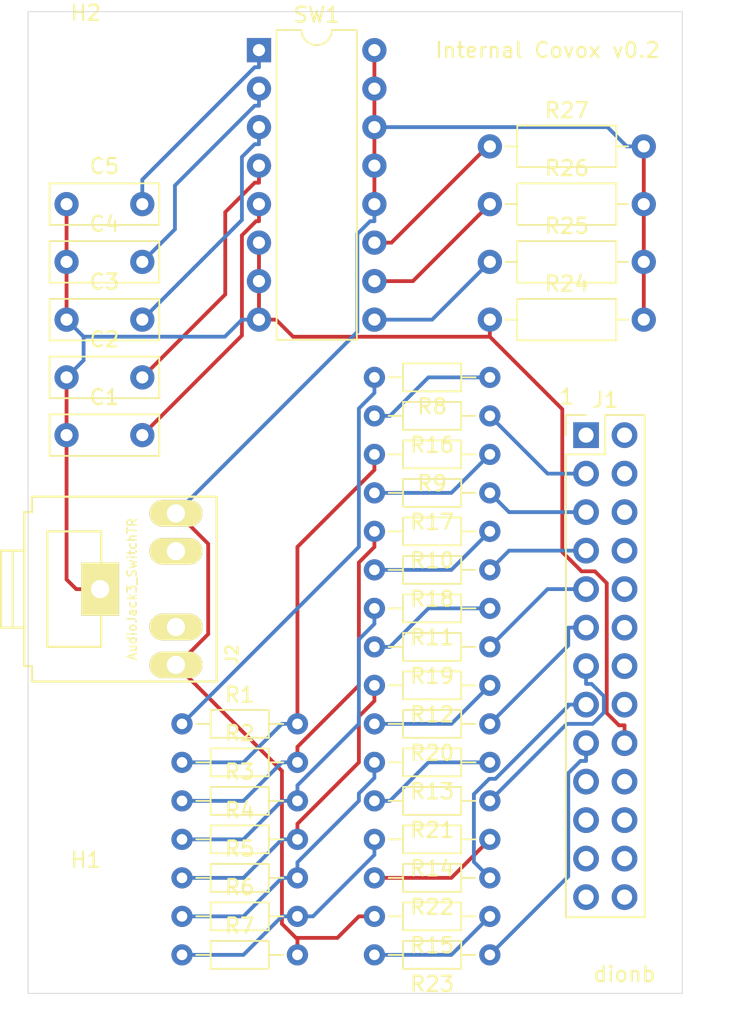
<source format=kicad_pcb>
(kicad_pcb (version 20171130) (host pcbnew "(5.1.6)-1")

  (general
    (thickness 1.6)
    (drawings 7)
    (tracks 187)
    (zones 0)
    (modules 37)
    (nets 53)
  )

  (page A4)
  (layers
    (0 F.Cu signal)
    (31 B.Cu signal)
    (32 B.Adhes user)
    (33 F.Adhes user)
    (34 B.Paste user)
    (35 F.Paste user)
    (36 B.SilkS user)
    (37 F.SilkS user)
    (38 B.Mask user)
    (39 F.Mask user)
    (40 Dwgs.User user)
    (41 Cmts.User user)
    (42 Eco1.User user)
    (43 Eco2.User user)
    (44 Edge.Cuts user)
    (45 Margin user)
    (46 B.CrtYd user)
    (47 F.CrtYd user)
    (48 B.Fab user)
    (49 F.Fab user)
  )

  (setup
    (last_trace_width 0.25)
    (trace_clearance 0.2)
    (zone_clearance 0.508)
    (zone_45_only no)
    (trace_min 0.2)
    (via_size 0.8)
    (via_drill 0.4)
    (via_min_size 0.4)
    (via_min_drill 0.3)
    (uvia_size 0.3)
    (uvia_drill 0.1)
    (uvias_allowed no)
    (uvia_min_size 0.2)
    (uvia_min_drill 0.1)
    (edge_width 0.05)
    (segment_width 0.2)
    (pcb_text_width 0.3)
    (pcb_text_size 1.5 1.5)
    (mod_edge_width 0.12)
    (mod_text_size 1 1)
    (mod_text_width 0.15)
    (pad_size 4 4)
    (pad_drill 4)
    (pad_to_mask_clearance 0.05)
    (aux_axis_origin 0 0)
    (visible_elements FFFFFF7F)
    (pcbplotparams
      (layerselection 0x010fc_ffffffff)
      (usegerberextensions false)
      (usegerberattributes true)
      (usegerberadvancedattributes true)
      (creategerberjobfile true)
      (excludeedgelayer true)
      (linewidth 0.100000)
      (plotframeref false)
      (viasonmask false)
      (mode 1)
      (useauxorigin false)
      (hpglpennumber 1)
      (hpglpenspeed 20)
      (hpglpendiameter 15.000000)
      (psnegative false)
      (psa4output false)
      (plotreference true)
      (plotvalue true)
      (plotinvisibletext false)
      (padsonsilk false)
      (subtractmaskfromsilk false)
      (outputformat 1)
      (mirror false)
      (drillshape 1)
      (scaleselection 1)
      (outputdirectory ""))
  )

  (net 0 "")
  (net 1 "Net-(C1-Pad2)")
  (net 2 GND)
  (net 3 "Net-(C2-Pad2)")
  (net 4 "Net-(C3-Pad2)")
  (net 5 "Net-(C4-Pad2)")
  (net 6 "Net-(C5-Pad2)")
  (net 7 "Net-(J1-Pad26)")
  (net 8 "Net-(J1-Pad25)")
  (net 9 "Net-(J1-Pad24)")
  (net 10 "Net-(J1-Pad23)")
  (net 11 "Net-(J1-Pad22)")
  (net 12 "Net-(J1-Pad21)")
  (net 13 "Net-(J1-Pad20)")
  (net 14 "Net-(J1-Pad19)")
  (net 15 "Net-(J1-Pad17)")
  (net 16 "Net-(J1-Pad16)")
  (net 17 "Net-(J1-Pad15)")
  (net 18 "Net-(J1-Pad14)")
  (net 19 "Net-(J1-Pad13)")
  (net 20 "Net-(J1-Pad12)")
  (net 21 "Net-(J1-Pad11)")
  (net 22 "Net-(J1-Pad10)")
  (net 23 "Net-(J1-Pad9)")
  (net 24 "Net-(J1-Pad8)")
  (net 25 "Net-(J1-Pad7)")
  (net 26 "Net-(J1-Pad6)")
  (net 27 "Net-(J1-Pad5)")
  (net 28 "Net-(J1-Pad4)")
  (net 29 "Net-(J1-Pad3)")
  (net 30 "Net-(J1-Pad2)")
  (net 31 "Net-(J1-Pad1)")
  (net 32 "Net-(J2-PadR)")
  (net 33 "Net-(J2-PadTN)")
  (net 34 "Net-(J2-PadRN)")
  (net 35 "Net-(R1-Pad2)")
  (net 36 "Net-(R1-Pad1)")
  (net 37 "Net-(R10-Pad2)")
  (net 38 "Net-(R11-Pad2)")
  (net 39 "Net-(R12-Pad2)")
  (net 40 "Net-(R13-Pad2)")
  (net 41 "Net-(R14-Pad2)")
  (net 42 "Net-(R16-Pad2)")
  (net 43 "Net-(R17-Pad2)")
  (net 44 "Net-(R10-Pad1)")
  (net 45 "Net-(R11-Pad1)")
  (net 46 "Net-(R12-Pad1)")
  (net 47 "Net-(R13-Pad1)")
  (net 48 "Net-(R14-Pad1)")
  (net 49 "Net-(R15-Pad1)")
  (net 50 "Net-(R25-Pad1)")
  (net 51 "Net-(R26-Pad1)")
  (net 52 "Net-(R27-Pad1)")

  (net_class Default "This is the default net class."
    (clearance 0.2)
    (trace_width 0.25)
    (via_dia 0.8)
    (via_drill 0.4)
    (uvia_dia 0.3)
    (uvia_drill 0.1)
    (add_net GND)
    (add_net "Net-(C1-Pad2)")
    (add_net "Net-(C2-Pad2)")
    (add_net "Net-(C3-Pad2)")
    (add_net "Net-(C4-Pad2)")
    (add_net "Net-(C5-Pad2)")
    (add_net "Net-(J1-Pad1)")
    (add_net "Net-(J1-Pad10)")
    (add_net "Net-(J1-Pad11)")
    (add_net "Net-(J1-Pad12)")
    (add_net "Net-(J1-Pad13)")
    (add_net "Net-(J1-Pad14)")
    (add_net "Net-(J1-Pad15)")
    (add_net "Net-(J1-Pad16)")
    (add_net "Net-(J1-Pad17)")
    (add_net "Net-(J1-Pad19)")
    (add_net "Net-(J1-Pad2)")
    (add_net "Net-(J1-Pad20)")
    (add_net "Net-(J1-Pad21)")
    (add_net "Net-(J1-Pad22)")
    (add_net "Net-(J1-Pad23)")
    (add_net "Net-(J1-Pad24)")
    (add_net "Net-(J1-Pad25)")
    (add_net "Net-(J1-Pad26)")
    (add_net "Net-(J1-Pad3)")
    (add_net "Net-(J1-Pad4)")
    (add_net "Net-(J1-Pad5)")
    (add_net "Net-(J1-Pad6)")
    (add_net "Net-(J1-Pad7)")
    (add_net "Net-(J1-Pad8)")
    (add_net "Net-(J1-Pad9)")
    (add_net "Net-(J2-PadR)")
    (add_net "Net-(J2-PadRN)")
    (add_net "Net-(J2-PadTN)")
    (add_net "Net-(R1-Pad1)")
    (add_net "Net-(R1-Pad2)")
    (add_net "Net-(R10-Pad1)")
    (add_net "Net-(R10-Pad2)")
    (add_net "Net-(R11-Pad1)")
    (add_net "Net-(R11-Pad2)")
    (add_net "Net-(R12-Pad1)")
    (add_net "Net-(R12-Pad2)")
    (add_net "Net-(R13-Pad1)")
    (add_net "Net-(R13-Pad2)")
    (add_net "Net-(R14-Pad1)")
    (add_net "Net-(R14-Pad2)")
    (add_net "Net-(R15-Pad1)")
    (add_net "Net-(R16-Pad2)")
    (add_net "Net-(R17-Pad2)")
    (add_net "Net-(R25-Pad1)")
    (add_net "Net-(R26-Pad1)")
    (add_net "Net-(R27-Pad1)")
  )

  (module MountingHole:MountingHole_4mm (layer F.Cu) (tedit 56D1B4CB) (tstamp 5EDF2323)
    (at 46.99 62.23)
    (descr "Mounting Hole 4mm, no annular")
    (tags "mounting hole 4mm no annular")
    (path /5EF2F6F2)
    (attr virtual)
    (fp_text reference H2 (at 0 -5) (layer F.SilkS)
      (effects (font (size 1 1) (thickness 0.15)))
    )
    (fp_text value MountingHole (at 0 5) (layer F.Fab)
      (effects (font (size 1 1) (thickness 0.15)))
    )
    (fp_text user %R (at 0.3 0) (layer F.Fab)
      (effects (font (size 1 1) (thickness 0.15)))
    )
    (fp_circle (center 0 0) (end 4 0) (layer Cmts.User) (width 0.15))
    (fp_circle (center 0 0) (end 4.25 0) (layer F.CrtYd) (width 0.05))
    (pad 1 np_thru_hole circle (at 0 0) (size 4 4) (drill 4) (layers *.Cu *.Mask))
  )

  (module MountingHole:MountingHole_4mm (layer F.Cu) (tedit 56D1B4CB) (tstamp 5EDF231B)
    (at 46.99 118.11)
    (descr "Mounting Hole 4mm, no annular")
    (tags "mounting hole 4mm no annular")
    (path /5EF2F24B)
    (attr virtual)
    (fp_text reference H1 (at 0 -5) (layer F.SilkS)
      (effects (font (size 1 1) (thickness 0.15)))
    )
    (fp_text value MountingHole (at 0 5) (layer F.Fab)
      (effects (font (size 1 1) (thickness 0.15)))
    )
    (fp_text user %R (at 0.3 0) (layer F.Fab)
      (effects (font (size 1 1) (thickness 0.15)))
    )
    (fp_circle (center 0 0) (end 4 0) (layer Cmts.User) (width 0.15))
    (fp_circle (center 0 0) (end 4.25 0) (layer F.CrtYd) (width 0.05))
    (pad 1 np_thru_hole circle (at 0 0) (size 4 4) (drill 4) (layers *.Cu *.Mask))
  )

  (module Package_DIP:DIP-16_W7.62mm (layer F.Cu) (tedit 5A02E8C5) (tstamp 5EDEE5CB)
    (at 58.42 59.69)
    (descr "16-lead though-hole mounted DIP package, row spacing 7.62 mm (300 mils)")
    (tags "THT DIP DIL PDIP 2.54mm 7.62mm 300mil")
    (path /5EDE769F)
    (fp_text reference SW1 (at 3.81 -2.33) (layer F.SilkS)
      (effects (font (size 1 1) (thickness 0.15)))
    )
    (fp_text value SW_DIP_x08 (at 3.81 20.11) (layer F.Fab)
      (effects (font (size 1 1) (thickness 0.15)))
    )
    (fp_text user %R (at 3.81 8.89) (layer F.Fab)
      (effects (font (size 1 1) (thickness 0.15)))
    )
    (fp_arc (start 3.81 -1.33) (end 2.81 -1.33) (angle -180) (layer F.SilkS) (width 0.12))
    (fp_line (start 1.635 -1.27) (end 6.985 -1.27) (layer F.Fab) (width 0.1))
    (fp_line (start 6.985 -1.27) (end 6.985 19.05) (layer F.Fab) (width 0.1))
    (fp_line (start 6.985 19.05) (end 0.635 19.05) (layer F.Fab) (width 0.1))
    (fp_line (start 0.635 19.05) (end 0.635 -0.27) (layer F.Fab) (width 0.1))
    (fp_line (start 0.635 -0.27) (end 1.635 -1.27) (layer F.Fab) (width 0.1))
    (fp_line (start 2.81 -1.33) (end 1.16 -1.33) (layer F.SilkS) (width 0.12))
    (fp_line (start 1.16 -1.33) (end 1.16 19.11) (layer F.SilkS) (width 0.12))
    (fp_line (start 1.16 19.11) (end 6.46 19.11) (layer F.SilkS) (width 0.12))
    (fp_line (start 6.46 19.11) (end 6.46 -1.33) (layer F.SilkS) (width 0.12))
    (fp_line (start 6.46 -1.33) (end 4.81 -1.33) (layer F.SilkS) (width 0.12))
    (fp_line (start -1.1 -1.55) (end -1.1 19.3) (layer F.CrtYd) (width 0.05))
    (fp_line (start -1.1 19.3) (end 8.7 19.3) (layer F.CrtYd) (width 0.05))
    (fp_line (start 8.7 19.3) (end 8.7 -1.55) (layer F.CrtYd) (width 0.05))
    (fp_line (start 8.7 -1.55) (end -1.1 -1.55) (layer F.CrtYd) (width 0.05))
    (pad 16 thru_hole oval (at 7.62 0) (size 1.6 1.6) (drill 0.8) (layers *.Cu *.Mask)
      (net 32 "Net-(J2-PadR)"))
    (pad 8 thru_hole oval (at 0 17.78) (size 1.6 1.6) (drill 0.8) (layers *.Cu *.Mask)
      (net 2 GND))
    (pad 15 thru_hole oval (at 7.62 2.54) (size 1.6 1.6) (drill 0.8) (layers *.Cu *.Mask)
      (net 32 "Net-(J2-PadR)"))
    (pad 7 thru_hole oval (at 0 15.24) (size 1.6 1.6) (drill 0.8) (layers *.Cu *.Mask)
      (net 2 GND))
    (pad 14 thru_hole oval (at 7.62 5.08) (size 1.6 1.6) (drill 0.8) (layers *.Cu *.Mask)
      (net 32 "Net-(J2-PadR)"))
    (pad 6 thru_hole oval (at 0 12.7) (size 1.6 1.6) (drill 0.8) (layers *.Cu *.Mask)
      (net 2 GND))
    (pad 13 thru_hole oval (at 7.62 7.62) (size 1.6 1.6) (drill 0.8) (layers *.Cu *.Mask)
      (net 32 "Net-(J2-PadR)"))
    (pad 5 thru_hole oval (at 0 10.16) (size 1.6 1.6) (drill 0.8) (layers *.Cu *.Mask)
      (net 1 "Net-(C1-Pad2)"))
    (pad 12 thru_hole oval (at 7.62 10.16) (size 1.6 1.6) (drill 0.8) (layers *.Cu *.Mask)
      (net 32 "Net-(J2-PadR)"))
    (pad 4 thru_hole oval (at 0 7.62) (size 1.6 1.6) (drill 0.8) (layers *.Cu *.Mask)
      (net 3 "Net-(C2-Pad2)"))
    (pad 11 thru_hole oval (at 7.62 12.7) (size 1.6 1.6) (drill 0.8) (layers *.Cu *.Mask)
      (net 52 "Net-(R27-Pad1)"))
    (pad 3 thru_hole oval (at 0 5.08) (size 1.6 1.6) (drill 0.8) (layers *.Cu *.Mask)
      (net 4 "Net-(C3-Pad2)"))
    (pad 10 thru_hole oval (at 7.62 15.24) (size 1.6 1.6) (drill 0.8) (layers *.Cu *.Mask)
      (net 51 "Net-(R26-Pad1)"))
    (pad 2 thru_hole oval (at 0 2.54) (size 1.6 1.6) (drill 0.8) (layers *.Cu *.Mask)
      (net 5 "Net-(C4-Pad2)"))
    (pad 9 thru_hole oval (at 7.62 17.78) (size 1.6 1.6) (drill 0.8) (layers *.Cu *.Mask)
      (net 50 "Net-(R25-Pad1)"))
    (pad 1 thru_hole rect (at 0 0) (size 1.6 1.6) (drill 0.8) (layers *.Cu *.Mask)
      (net 6 "Net-(C5-Pad2)"))
    (model ${KISYS3DMOD}/Package_DIP.3dshapes/DIP-16_W7.62mm.wrl
      (at (xyz 0 0 0))
      (scale (xyz 1 1 1))
      (rotate (xyz 0 0 0))
    )
  )

  (module Resistor_THT:R_Axial_DIN0207_L6.3mm_D2.5mm_P10.16mm_Horizontal (layer F.Cu) (tedit 5AE5139B) (tstamp 5EDEE5A7)
    (at 73.66 66.04)
    (descr "Resistor, Axial_DIN0207 series, Axial, Horizontal, pin pitch=10.16mm, 0.25W = 1/4W, length*diameter=6.3*2.5mm^2, http://cdn-reichelt.de/documents/datenblatt/B400/1_4W%23YAG.pdf")
    (tags "Resistor Axial_DIN0207 series Axial Horizontal pin pitch 10.16mm 0.25W = 1/4W length 6.3mm diameter 2.5mm")
    (path /5EDF2A03)
    (fp_text reference R27 (at 5.08 -2.37) (layer F.SilkS)
      (effects (font (size 1 1) (thickness 0.15)))
    )
    (fp_text value 37k (at 5.08 2.37) (layer F.Fab)
      (effects (font (size 1 1) (thickness 0.15)))
    )
    (fp_text user %R (at 5.08 0) (layer F.Fab)
      (effects (font (size 1 1) (thickness 0.15)))
    )
    (fp_line (start 1.93 -1.25) (end 1.93 1.25) (layer F.Fab) (width 0.1))
    (fp_line (start 1.93 1.25) (end 8.23 1.25) (layer F.Fab) (width 0.1))
    (fp_line (start 8.23 1.25) (end 8.23 -1.25) (layer F.Fab) (width 0.1))
    (fp_line (start 8.23 -1.25) (end 1.93 -1.25) (layer F.Fab) (width 0.1))
    (fp_line (start 0 0) (end 1.93 0) (layer F.Fab) (width 0.1))
    (fp_line (start 10.16 0) (end 8.23 0) (layer F.Fab) (width 0.1))
    (fp_line (start 1.81 -1.37) (end 1.81 1.37) (layer F.SilkS) (width 0.12))
    (fp_line (start 1.81 1.37) (end 8.35 1.37) (layer F.SilkS) (width 0.12))
    (fp_line (start 8.35 1.37) (end 8.35 -1.37) (layer F.SilkS) (width 0.12))
    (fp_line (start 8.35 -1.37) (end 1.81 -1.37) (layer F.SilkS) (width 0.12))
    (fp_line (start 1.04 0) (end 1.81 0) (layer F.SilkS) (width 0.12))
    (fp_line (start 9.12 0) (end 8.35 0) (layer F.SilkS) (width 0.12))
    (fp_line (start -1.05 -1.5) (end -1.05 1.5) (layer F.CrtYd) (width 0.05))
    (fp_line (start -1.05 1.5) (end 11.21 1.5) (layer F.CrtYd) (width 0.05))
    (fp_line (start 11.21 1.5) (end 11.21 -1.5) (layer F.CrtYd) (width 0.05))
    (fp_line (start 11.21 -1.5) (end -1.05 -1.5) (layer F.CrtYd) (width 0.05))
    (pad 2 thru_hole oval (at 10.16 0) (size 1.6 1.6) (drill 0.8) (layers *.Cu *.Mask)
      (net 32 "Net-(J2-PadR)"))
    (pad 1 thru_hole circle (at 0 0) (size 1.6 1.6) (drill 0.8) (layers *.Cu *.Mask)
      (net 52 "Net-(R27-Pad1)"))
    (model ${KISYS3DMOD}/Resistor_THT.3dshapes/R_Axial_DIN0207_L6.3mm_D2.5mm_P10.16mm_Horizontal.wrl
      (at (xyz 0 0 0))
      (scale (xyz 1 1 1))
      (rotate (xyz 0 0 0))
    )
  )

  (module Resistor_THT:R_Axial_DIN0207_L6.3mm_D2.5mm_P10.16mm_Horizontal (layer F.Cu) (tedit 5AE5139B) (tstamp 5EDEE590)
    (at 73.66 69.85)
    (descr "Resistor, Axial_DIN0207 series, Axial, Horizontal, pin pitch=10.16mm, 0.25W = 1/4W, length*diameter=6.3*2.5mm^2, http://cdn-reichelt.de/documents/datenblatt/B400/1_4W%23YAG.pdf")
    (tags "Resistor Axial_DIN0207 series Axial Horizontal pin pitch 10.16mm 0.25W = 1/4W length 6.3mm diameter 2.5mm")
    (path /5EDF2080)
    (fp_text reference R26 (at 5.08 -2.37) (layer F.SilkS)
      (effects (font (size 1 1) (thickness 0.15)))
    )
    (fp_text value 57k (at 5.08 2.37) (layer F.Fab)
      (effects (font (size 1 1) (thickness 0.15)))
    )
    (fp_text user %R (at 5.08 0) (layer F.Fab)
      (effects (font (size 1 1) (thickness 0.15)))
    )
    (fp_line (start 1.93 -1.25) (end 1.93 1.25) (layer F.Fab) (width 0.1))
    (fp_line (start 1.93 1.25) (end 8.23 1.25) (layer F.Fab) (width 0.1))
    (fp_line (start 8.23 1.25) (end 8.23 -1.25) (layer F.Fab) (width 0.1))
    (fp_line (start 8.23 -1.25) (end 1.93 -1.25) (layer F.Fab) (width 0.1))
    (fp_line (start 0 0) (end 1.93 0) (layer F.Fab) (width 0.1))
    (fp_line (start 10.16 0) (end 8.23 0) (layer F.Fab) (width 0.1))
    (fp_line (start 1.81 -1.37) (end 1.81 1.37) (layer F.SilkS) (width 0.12))
    (fp_line (start 1.81 1.37) (end 8.35 1.37) (layer F.SilkS) (width 0.12))
    (fp_line (start 8.35 1.37) (end 8.35 -1.37) (layer F.SilkS) (width 0.12))
    (fp_line (start 8.35 -1.37) (end 1.81 -1.37) (layer F.SilkS) (width 0.12))
    (fp_line (start 1.04 0) (end 1.81 0) (layer F.SilkS) (width 0.12))
    (fp_line (start 9.12 0) (end 8.35 0) (layer F.SilkS) (width 0.12))
    (fp_line (start -1.05 -1.5) (end -1.05 1.5) (layer F.CrtYd) (width 0.05))
    (fp_line (start -1.05 1.5) (end 11.21 1.5) (layer F.CrtYd) (width 0.05))
    (fp_line (start 11.21 1.5) (end 11.21 -1.5) (layer F.CrtYd) (width 0.05))
    (fp_line (start 11.21 -1.5) (end -1.05 -1.5) (layer F.CrtYd) (width 0.05))
    (pad 2 thru_hole oval (at 10.16 0) (size 1.6 1.6) (drill 0.8) (layers *.Cu *.Mask)
      (net 32 "Net-(J2-PadR)"))
    (pad 1 thru_hole circle (at 0 0) (size 1.6 1.6) (drill 0.8) (layers *.Cu *.Mask)
      (net 51 "Net-(R26-Pad1)"))
    (model ${KISYS3DMOD}/Resistor_THT.3dshapes/R_Axial_DIN0207_L6.3mm_D2.5mm_P10.16mm_Horizontal.wrl
      (at (xyz 0 0 0))
      (scale (xyz 1 1 1))
      (rotate (xyz 0 0 0))
    )
  )

  (module Resistor_THT:R_Axial_DIN0207_L6.3mm_D2.5mm_P10.16mm_Horizontal (layer F.Cu) (tedit 5AE5139B) (tstamp 5EDEE579)
    (at 73.66 73.66)
    (descr "Resistor, Axial_DIN0207 series, Axial, Horizontal, pin pitch=10.16mm, 0.25W = 1/4W, length*diameter=6.3*2.5mm^2, http://cdn-reichelt.de/documents/datenblatt/B400/1_4W%23YAG.pdf")
    (tags "Resistor Axial_DIN0207 series Axial Horizontal pin pitch 10.16mm 0.25W = 1/4W length 6.3mm diameter 2.5mm")
    (path /5EDF0705)
    (fp_text reference R25 (at 5.08 -2.37) (layer F.SilkS)
      (effects (font (size 1 1) (thickness 0.15)))
    )
    (fp_text value 57k (at 5.08 2.37) (layer F.Fab)
      (effects (font (size 1 1) (thickness 0.15)))
    )
    (fp_text user %R (at 5.08 0) (layer F.Fab)
      (effects (font (size 1 1) (thickness 0.15)))
    )
    (fp_line (start 1.93 -1.25) (end 1.93 1.25) (layer F.Fab) (width 0.1))
    (fp_line (start 1.93 1.25) (end 8.23 1.25) (layer F.Fab) (width 0.1))
    (fp_line (start 8.23 1.25) (end 8.23 -1.25) (layer F.Fab) (width 0.1))
    (fp_line (start 8.23 -1.25) (end 1.93 -1.25) (layer F.Fab) (width 0.1))
    (fp_line (start 0 0) (end 1.93 0) (layer F.Fab) (width 0.1))
    (fp_line (start 10.16 0) (end 8.23 0) (layer F.Fab) (width 0.1))
    (fp_line (start 1.81 -1.37) (end 1.81 1.37) (layer F.SilkS) (width 0.12))
    (fp_line (start 1.81 1.37) (end 8.35 1.37) (layer F.SilkS) (width 0.12))
    (fp_line (start 8.35 1.37) (end 8.35 -1.37) (layer F.SilkS) (width 0.12))
    (fp_line (start 8.35 -1.37) (end 1.81 -1.37) (layer F.SilkS) (width 0.12))
    (fp_line (start 1.04 0) (end 1.81 0) (layer F.SilkS) (width 0.12))
    (fp_line (start 9.12 0) (end 8.35 0) (layer F.SilkS) (width 0.12))
    (fp_line (start -1.05 -1.5) (end -1.05 1.5) (layer F.CrtYd) (width 0.05))
    (fp_line (start -1.05 1.5) (end 11.21 1.5) (layer F.CrtYd) (width 0.05))
    (fp_line (start 11.21 1.5) (end 11.21 -1.5) (layer F.CrtYd) (width 0.05))
    (fp_line (start 11.21 -1.5) (end -1.05 -1.5) (layer F.CrtYd) (width 0.05))
    (pad 2 thru_hole oval (at 10.16 0) (size 1.6 1.6) (drill 0.8) (layers *.Cu *.Mask)
      (net 32 "Net-(J2-PadR)"))
    (pad 1 thru_hole circle (at 0 0) (size 1.6 1.6) (drill 0.8) (layers *.Cu *.Mask)
      (net 50 "Net-(R25-Pad1)"))
    (model ${KISYS3DMOD}/Resistor_THT.3dshapes/R_Axial_DIN0207_L6.3mm_D2.5mm_P10.16mm_Horizontal.wrl
      (at (xyz 0 0 0))
      (scale (xyz 1 1 1))
      (rotate (xyz 0 0 0))
    )
  )

  (module Resistor_THT:R_Axial_DIN0207_L6.3mm_D2.5mm_P10.16mm_Horizontal (layer F.Cu) (tedit 5AE5139B) (tstamp 5EDEE562)
    (at 73.66 77.47)
    (descr "Resistor, Axial_DIN0207 series, Axial, Horizontal, pin pitch=10.16mm, 0.25W = 1/4W, length*diameter=6.3*2.5mm^2, http://cdn-reichelt.de/documents/datenblatt/B400/1_4W%23YAG.pdf")
    (tags "Resistor Axial_DIN0207 series Axial Horizontal pin pitch 10.16mm 0.25W = 1/4W length 6.3mm diameter 2.5mm")
    (path /5EDF1A44)
    (fp_text reference R24 (at 5.08 -2.37) (layer F.SilkS)
      (effects (font (size 1 1) (thickness 0.15)))
    )
    (fp_text value 220k (at 5.08 2.37) (layer F.Fab)
      (effects (font (size 1 1) (thickness 0.15)))
    )
    (fp_text user %R (at 5.08 0) (layer F.Fab)
      (effects (font (size 1 1) (thickness 0.15)))
    )
    (fp_line (start 1.93 -1.25) (end 1.93 1.25) (layer F.Fab) (width 0.1))
    (fp_line (start 1.93 1.25) (end 8.23 1.25) (layer F.Fab) (width 0.1))
    (fp_line (start 8.23 1.25) (end 8.23 -1.25) (layer F.Fab) (width 0.1))
    (fp_line (start 8.23 -1.25) (end 1.93 -1.25) (layer F.Fab) (width 0.1))
    (fp_line (start 0 0) (end 1.93 0) (layer F.Fab) (width 0.1))
    (fp_line (start 10.16 0) (end 8.23 0) (layer F.Fab) (width 0.1))
    (fp_line (start 1.81 -1.37) (end 1.81 1.37) (layer F.SilkS) (width 0.12))
    (fp_line (start 1.81 1.37) (end 8.35 1.37) (layer F.SilkS) (width 0.12))
    (fp_line (start 8.35 1.37) (end 8.35 -1.37) (layer F.SilkS) (width 0.12))
    (fp_line (start 8.35 -1.37) (end 1.81 -1.37) (layer F.SilkS) (width 0.12))
    (fp_line (start 1.04 0) (end 1.81 0) (layer F.SilkS) (width 0.12))
    (fp_line (start 9.12 0) (end 8.35 0) (layer F.SilkS) (width 0.12))
    (fp_line (start -1.05 -1.5) (end -1.05 1.5) (layer F.CrtYd) (width 0.05))
    (fp_line (start -1.05 1.5) (end 11.21 1.5) (layer F.CrtYd) (width 0.05))
    (fp_line (start 11.21 1.5) (end 11.21 -1.5) (layer F.CrtYd) (width 0.05))
    (fp_line (start 11.21 -1.5) (end -1.05 -1.5) (layer F.CrtYd) (width 0.05))
    (pad 2 thru_hole oval (at 10.16 0) (size 1.6 1.6) (drill 0.8) (layers *.Cu *.Mask)
      (net 32 "Net-(J2-PadR)"))
    (pad 1 thru_hole circle (at 0 0) (size 1.6 1.6) (drill 0.8) (layers *.Cu *.Mask)
      (net 2 GND))
    (model ${KISYS3DMOD}/Resistor_THT.3dshapes/R_Axial_DIN0207_L6.3mm_D2.5mm_P10.16mm_Horizontal.wrl
      (at (xyz 0 0 0))
      (scale (xyz 1 1 1))
      (rotate (xyz 0 0 0))
    )
  )

  (module Resistor_THT:R_Axial_DIN0204_L3.6mm_D1.6mm_P7.62mm_Horizontal (layer F.Cu) (tedit 5AE5139B) (tstamp 5EDEE54B)
    (at 73.66 119.38 180)
    (descr "Resistor, Axial_DIN0204 series, Axial, Horizontal, pin pitch=7.62mm, 0.167W, length*diameter=3.6*1.6mm^2, http://cdn-reichelt.de/documents/datenblatt/B400/1_4W%23YAG.pdf")
    (tags "Resistor Axial_DIN0204 series Axial Horizontal pin pitch 7.62mm 0.167W length 3.6mm diameter 1.6mm")
    (path /5EDD9EFB)
    (fp_text reference R23 (at 3.81 -1.92) (layer F.SilkS)
      (effects (font (size 1 1) (thickness 0.15)))
    )
    (fp_text value 100k (at 3.81 1.92) (layer F.Fab)
      (effects (font (size 1 1) (thickness 0.15)))
    )
    (fp_text user %R (at 3.81 0) (layer F.Fab)
      (effects (font (size 0.72 0.72) (thickness 0.108)))
    )
    (fp_line (start 2.01 -0.8) (end 2.01 0.8) (layer F.Fab) (width 0.1))
    (fp_line (start 2.01 0.8) (end 5.61 0.8) (layer F.Fab) (width 0.1))
    (fp_line (start 5.61 0.8) (end 5.61 -0.8) (layer F.Fab) (width 0.1))
    (fp_line (start 5.61 -0.8) (end 2.01 -0.8) (layer F.Fab) (width 0.1))
    (fp_line (start 0 0) (end 2.01 0) (layer F.Fab) (width 0.1))
    (fp_line (start 7.62 0) (end 5.61 0) (layer F.Fab) (width 0.1))
    (fp_line (start 1.89 -0.92) (end 1.89 0.92) (layer F.SilkS) (width 0.12))
    (fp_line (start 1.89 0.92) (end 5.73 0.92) (layer F.SilkS) (width 0.12))
    (fp_line (start 5.73 0.92) (end 5.73 -0.92) (layer F.SilkS) (width 0.12))
    (fp_line (start 5.73 -0.92) (end 1.89 -0.92) (layer F.SilkS) (width 0.12))
    (fp_line (start 0.94 0) (end 1.89 0) (layer F.SilkS) (width 0.12))
    (fp_line (start 6.68 0) (end 5.73 0) (layer F.SilkS) (width 0.12))
    (fp_line (start -0.95 -1.05) (end -0.95 1.05) (layer F.CrtYd) (width 0.05))
    (fp_line (start -0.95 1.05) (end 8.57 1.05) (layer F.CrtYd) (width 0.05))
    (fp_line (start 8.57 1.05) (end 8.57 -1.05) (layer F.CrtYd) (width 0.05))
    (fp_line (start 8.57 -1.05) (end -0.95 -1.05) (layer F.CrtYd) (width 0.05))
    (pad 2 thru_hole oval (at 7.62 0 180) (size 1.4 1.4) (drill 0.7) (layers *.Cu *.Mask)
      (net 49 "Net-(R15-Pad1)"))
    (pad 1 thru_hole circle (at 0 0 180) (size 1.4 1.4) (drill 0.7) (layers *.Cu *.Mask)
      (net 15 "Net-(J1-Pad17)"))
    (model ${KISYS3DMOD}/Resistor_THT.3dshapes/R_Axial_DIN0204_L3.6mm_D1.6mm_P7.62mm_Horizontal.wrl
      (at (xyz 0 0 0))
      (scale (xyz 1 1 1))
      (rotate (xyz 0 0 0))
    )
  )

  (module Resistor_THT:R_Axial_DIN0204_L3.6mm_D1.6mm_P7.62mm_Horizontal (layer F.Cu) (tedit 5AE5139B) (tstamp 5EDEE534)
    (at 73.66 114.3 180)
    (descr "Resistor, Axial_DIN0204 series, Axial, Horizontal, pin pitch=7.62mm, 0.167W, length*diameter=3.6*1.6mm^2, http://cdn-reichelt.de/documents/datenblatt/B400/1_4W%23YAG.pdf")
    (tags "Resistor Axial_DIN0204 series Axial Horizontal pin pitch 7.62mm 0.167W length 3.6mm diameter 1.6mm")
    (path /5EDD988D)
    (fp_text reference R22 (at 3.81 -1.92) (layer F.SilkS)
      (effects (font (size 1 1) (thickness 0.15)))
    )
    (fp_text value 100k (at 3.81 1.92) (layer F.Fab)
      (effects (font (size 1 1) (thickness 0.15)))
    )
    (fp_text user %R (at 3.81 0) (layer F.Fab)
      (effects (font (size 0.72 0.72) (thickness 0.108)))
    )
    (fp_line (start 2.01 -0.8) (end 2.01 0.8) (layer F.Fab) (width 0.1))
    (fp_line (start 2.01 0.8) (end 5.61 0.8) (layer F.Fab) (width 0.1))
    (fp_line (start 5.61 0.8) (end 5.61 -0.8) (layer F.Fab) (width 0.1))
    (fp_line (start 5.61 -0.8) (end 2.01 -0.8) (layer F.Fab) (width 0.1))
    (fp_line (start 0 0) (end 2.01 0) (layer F.Fab) (width 0.1))
    (fp_line (start 7.62 0) (end 5.61 0) (layer F.Fab) (width 0.1))
    (fp_line (start 1.89 -0.92) (end 1.89 0.92) (layer F.SilkS) (width 0.12))
    (fp_line (start 1.89 0.92) (end 5.73 0.92) (layer F.SilkS) (width 0.12))
    (fp_line (start 5.73 0.92) (end 5.73 -0.92) (layer F.SilkS) (width 0.12))
    (fp_line (start 5.73 -0.92) (end 1.89 -0.92) (layer F.SilkS) (width 0.12))
    (fp_line (start 0.94 0) (end 1.89 0) (layer F.SilkS) (width 0.12))
    (fp_line (start 6.68 0) (end 5.73 0) (layer F.SilkS) (width 0.12))
    (fp_line (start -0.95 -1.05) (end -0.95 1.05) (layer F.CrtYd) (width 0.05))
    (fp_line (start -0.95 1.05) (end 8.57 1.05) (layer F.CrtYd) (width 0.05))
    (fp_line (start 8.57 1.05) (end 8.57 -1.05) (layer F.CrtYd) (width 0.05))
    (fp_line (start 8.57 -1.05) (end -0.95 -1.05) (layer F.CrtYd) (width 0.05))
    (pad 2 thru_hole oval (at 7.62 0 180) (size 1.4 1.4) (drill 0.7) (layers *.Cu *.Mask)
      (net 48 "Net-(R14-Pad1)"))
    (pad 1 thru_hole circle (at 0 0 180) (size 1.4 1.4) (drill 0.7) (layers *.Cu *.Mask)
      (net 17 "Net-(J1-Pad15)"))
    (model ${KISYS3DMOD}/Resistor_THT.3dshapes/R_Axial_DIN0204_L3.6mm_D1.6mm_P7.62mm_Horizontal.wrl
      (at (xyz 0 0 0))
      (scale (xyz 1 1 1))
      (rotate (xyz 0 0 0))
    )
  )

  (module Resistor_THT:R_Axial_DIN0204_L3.6mm_D1.6mm_P7.62mm_Horizontal (layer F.Cu) (tedit 5AE5139B) (tstamp 5EDEE51D)
    (at 73.66 109.22 180)
    (descr "Resistor, Axial_DIN0204 series, Axial, Horizontal, pin pitch=7.62mm, 0.167W, length*diameter=3.6*1.6mm^2, http://cdn-reichelt.de/documents/datenblatt/B400/1_4W%23YAG.pdf")
    (tags "Resistor Axial_DIN0204 series Axial Horizontal pin pitch 7.62mm 0.167W length 3.6mm diameter 1.6mm")
    (path /5EDD95E9)
    (fp_text reference R21 (at 3.81 -1.92) (layer F.SilkS)
      (effects (font (size 1 1) (thickness 0.15)))
    )
    (fp_text value 100k (at 3.81 1.92) (layer F.Fab)
      (effects (font (size 1 1) (thickness 0.15)))
    )
    (fp_text user %R (at 3.81 0) (layer F.Fab)
      (effects (font (size 0.72 0.72) (thickness 0.108)))
    )
    (fp_line (start 2.01 -0.8) (end 2.01 0.8) (layer F.Fab) (width 0.1))
    (fp_line (start 2.01 0.8) (end 5.61 0.8) (layer F.Fab) (width 0.1))
    (fp_line (start 5.61 0.8) (end 5.61 -0.8) (layer F.Fab) (width 0.1))
    (fp_line (start 5.61 -0.8) (end 2.01 -0.8) (layer F.Fab) (width 0.1))
    (fp_line (start 0 0) (end 2.01 0) (layer F.Fab) (width 0.1))
    (fp_line (start 7.62 0) (end 5.61 0) (layer F.Fab) (width 0.1))
    (fp_line (start 1.89 -0.92) (end 1.89 0.92) (layer F.SilkS) (width 0.12))
    (fp_line (start 1.89 0.92) (end 5.73 0.92) (layer F.SilkS) (width 0.12))
    (fp_line (start 5.73 0.92) (end 5.73 -0.92) (layer F.SilkS) (width 0.12))
    (fp_line (start 5.73 -0.92) (end 1.89 -0.92) (layer F.SilkS) (width 0.12))
    (fp_line (start 0.94 0) (end 1.89 0) (layer F.SilkS) (width 0.12))
    (fp_line (start 6.68 0) (end 5.73 0) (layer F.SilkS) (width 0.12))
    (fp_line (start -0.95 -1.05) (end -0.95 1.05) (layer F.CrtYd) (width 0.05))
    (fp_line (start -0.95 1.05) (end 8.57 1.05) (layer F.CrtYd) (width 0.05))
    (fp_line (start 8.57 1.05) (end 8.57 -1.05) (layer F.CrtYd) (width 0.05))
    (fp_line (start 8.57 -1.05) (end -0.95 -1.05) (layer F.CrtYd) (width 0.05))
    (pad 2 thru_hole oval (at 7.62 0 180) (size 1.4 1.4) (drill 0.7) (layers *.Cu *.Mask)
      (net 47 "Net-(R13-Pad1)"))
    (pad 1 thru_hole circle (at 0 0 180) (size 1.4 1.4) (drill 0.7) (layers *.Cu *.Mask)
      (net 19 "Net-(J1-Pad13)"))
    (model ${KISYS3DMOD}/Resistor_THT.3dshapes/R_Axial_DIN0204_L3.6mm_D1.6mm_P7.62mm_Horizontal.wrl
      (at (xyz 0 0 0))
      (scale (xyz 1 1 1))
      (rotate (xyz 0 0 0))
    )
  )

  (module Resistor_THT:R_Axial_DIN0204_L3.6mm_D1.6mm_P7.62mm_Horizontal (layer F.Cu) (tedit 5AE5139B) (tstamp 5EDEE506)
    (at 73.66 104.14 180)
    (descr "Resistor, Axial_DIN0204 series, Axial, Horizontal, pin pitch=7.62mm, 0.167W, length*diameter=3.6*1.6mm^2, http://cdn-reichelt.de/documents/datenblatt/B400/1_4W%23YAG.pdf")
    (tags "Resistor Axial_DIN0204 series Axial Horizontal pin pitch 7.62mm 0.167W length 3.6mm diameter 1.6mm")
    (path /5EDD938B)
    (fp_text reference R20 (at 3.81 -1.92) (layer F.SilkS)
      (effects (font (size 1 1) (thickness 0.15)))
    )
    (fp_text value 100k (at 3.81 1.92) (layer F.Fab)
      (effects (font (size 1 1) (thickness 0.15)))
    )
    (fp_text user %R (at 3.81 0) (layer F.Fab)
      (effects (font (size 0.72 0.72) (thickness 0.108)))
    )
    (fp_line (start 2.01 -0.8) (end 2.01 0.8) (layer F.Fab) (width 0.1))
    (fp_line (start 2.01 0.8) (end 5.61 0.8) (layer F.Fab) (width 0.1))
    (fp_line (start 5.61 0.8) (end 5.61 -0.8) (layer F.Fab) (width 0.1))
    (fp_line (start 5.61 -0.8) (end 2.01 -0.8) (layer F.Fab) (width 0.1))
    (fp_line (start 0 0) (end 2.01 0) (layer F.Fab) (width 0.1))
    (fp_line (start 7.62 0) (end 5.61 0) (layer F.Fab) (width 0.1))
    (fp_line (start 1.89 -0.92) (end 1.89 0.92) (layer F.SilkS) (width 0.12))
    (fp_line (start 1.89 0.92) (end 5.73 0.92) (layer F.SilkS) (width 0.12))
    (fp_line (start 5.73 0.92) (end 5.73 -0.92) (layer F.SilkS) (width 0.12))
    (fp_line (start 5.73 -0.92) (end 1.89 -0.92) (layer F.SilkS) (width 0.12))
    (fp_line (start 0.94 0) (end 1.89 0) (layer F.SilkS) (width 0.12))
    (fp_line (start 6.68 0) (end 5.73 0) (layer F.SilkS) (width 0.12))
    (fp_line (start -0.95 -1.05) (end -0.95 1.05) (layer F.CrtYd) (width 0.05))
    (fp_line (start -0.95 1.05) (end 8.57 1.05) (layer F.CrtYd) (width 0.05))
    (fp_line (start 8.57 1.05) (end 8.57 -1.05) (layer F.CrtYd) (width 0.05))
    (fp_line (start 8.57 -1.05) (end -0.95 -1.05) (layer F.CrtYd) (width 0.05))
    (pad 2 thru_hole oval (at 7.62 0 180) (size 1.4 1.4) (drill 0.7) (layers *.Cu *.Mask)
      (net 46 "Net-(R12-Pad1)"))
    (pad 1 thru_hole circle (at 0 0 180) (size 1.4 1.4) (drill 0.7) (layers *.Cu *.Mask)
      (net 21 "Net-(J1-Pad11)"))
    (model ${KISYS3DMOD}/Resistor_THT.3dshapes/R_Axial_DIN0204_L3.6mm_D1.6mm_P7.62mm_Horizontal.wrl
      (at (xyz 0 0 0))
      (scale (xyz 1 1 1))
      (rotate (xyz 0 0 0))
    )
  )

  (module Resistor_THT:R_Axial_DIN0204_L3.6mm_D1.6mm_P7.62mm_Horizontal (layer F.Cu) (tedit 5AE5139B) (tstamp 5EDEE4EF)
    (at 73.66 99.06 180)
    (descr "Resistor, Axial_DIN0204 series, Axial, Horizontal, pin pitch=7.62mm, 0.167W, length*diameter=3.6*1.6mm^2, http://cdn-reichelt.de/documents/datenblatt/B400/1_4W%23YAG.pdf")
    (tags "Resistor Axial_DIN0204 series Axial Horizontal pin pitch 7.62mm 0.167W length 3.6mm diameter 1.6mm")
    (path /5EDD903D)
    (fp_text reference R19 (at 3.81 -1.92) (layer F.SilkS)
      (effects (font (size 1 1) (thickness 0.15)))
    )
    (fp_text value 100k (at 3.81 1.92) (layer F.Fab)
      (effects (font (size 1 1) (thickness 0.15)))
    )
    (fp_text user %R (at 3.81 0) (layer F.Fab)
      (effects (font (size 0.72 0.72) (thickness 0.108)))
    )
    (fp_line (start 2.01 -0.8) (end 2.01 0.8) (layer F.Fab) (width 0.1))
    (fp_line (start 2.01 0.8) (end 5.61 0.8) (layer F.Fab) (width 0.1))
    (fp_line (start 5.61 0.8) (end 5.61 -0.8) (layer F.Fab) (width 0.1))
    (fp_line (start 5.61 -0.8) (end 2.01 -0.8) (layer F.Fab) (width 0.1))
    (fp_line (start 0 0) (end 2.01 0) (layer F.Fab) (width 0.1))
    (fp_line (start 7.62 0) (end 5.61 0) (layer F.Fab) (width 0.1))
    (fp_line (start 1.89 -0.92) (end 1.89 0.92) (layer F.SilkS) (width 0.12))
    (fp_line (start 1.89 0.92) (end 5.73 0.92) (layer F.SilkS) (width 0.12))
    (fp_line (start 5.73 0.92) (end 5.73 -0.92) (layer F.SilkS) (width 0.12))
    (fp_line (start 5.73 -0.92) (end 1.89 -0.92) (layer F.SilkS) (width 0.12))
    (fp_line (start 0.94 0) (end 1.89 0) (layer F.SilkS) (width 0.12))
    (fp_line (start 6.68 0) (end 5.73 0) (layer F.SilkS) (width 0.12))
    (fp_line (start -0.95 -1.05) (end -0.95 1.05) (layer F.CrtYd) (width 0.05))
    (fp_line (start -0.95 1.05) (end 8.57 1.05) (layer F.CrtYd) (width 0.05))
    (fp_line (start 8.57 1.05) (end 8.57 -1.05) (layer F.CrtYd) (width 0.05))
    (fp_line (start 8.57 -1.05) (end -0.95 -1.05) (layer F.CrtYd) (width 0.05))
    (pad 2 thru_hole oval (at 7.62 0 180) (size 1.4 1.4) (drill 0.7) (layers *.Cu *.Mask)
      (net 45 "Net-(R11-Pad1)"))
    (pad 1 thru_hole circle (at 0 0 180) (size 1.4 1.4) (drill 0.7) (layers *.Cu *.Mask)
      (net 23 "Net-(J1-Pad9)"))
    (model ${KISYS3DMOD}/Resistor_THT.3dshapes/R_Axial_DIN0204_L3.6mm_D1.6mm_P7.62mm_Horizontal.wrl
      (at (xyz 0 0 0))
      (scale (xyz 1 1 1))
      (rotate (xyz 0 0 0))
    )
  )

  (module Resistor_THT:R_Axial_DIN0204_L3.6mm_D1.6mm_P7.62mm_Horizontal (layer F.Cu) (tedit 5AE5139B) (tstamp 5EDEE4D8)
    (at 73.66 93.98 180)
    (descr "Resistor, Axial_DIN0204 series, Axial, Horizontal, pin pitch=7.62mm, 0.167W, length*diameter=3.6*1.6mm^2, http://cdn-reichelt.de/documents/datenblatt/B400/1_4W%23YAG.pdf")
    (tags "Resistor Axial_DIN0204 series Axial Horizontal pin pitch 7.62mm 0.167W length 3.6mm diameter 1.6mm")
    (path /5EDD8835)
    (fp_text reference R18 (at 3.81 -1.92) (layer F.SilkS)
      (effects (font (size 1 1) (thickness 0.15)))
    )
    (fp_text value 100k (at 3.81 1.92) (layer F.Fab)
      (effects (font (size 1 1) (thickness 0.15)))
    )
    (fp_text user %R (at 3.81 0) (layer F.Fab)
      (effects (font (size 0.72 0.72) (thickness 0.108)))
    )
    (fp_line (start 2.01 -0.8) (end 2.01 0.8) (layer F.Fab) (width 0.1))
    (fp_line (start 2.01 0.8) (end 5.61 0.8) (layer F.Fab) (width 0.1))
    (fp_line (start 5.61 0.8) (end 5.61 -0.8) (layer F.Fab) (width 0.1))
    (fp_line (start 5.61 -0.8) (end 2.01 -0.8) (layer F.Fab) (width 0.1))
    (fp_line (start 0 0) (end 2.01 0) (layer F.Fab) (width 0.1))
    (fp_line (start 7.62 0) (end 5.61 0) (layer F.Fab) (width 0.1))
    (fp_line (start 1.89 -0.92) (end 1.89 0.92) (layer F.SilkS) (width 0.12))
    (fp_line (start 1.89 0.92) (end 5.73 0.92) (layer F.SilkS) (width 0.12))
    (fp_line (start 5.73 0.92) (end 5.73 -0.92) (layer F.SilkS) (width 0.12))
    (fp_line (start 5.73 -0.92) (end 1.89 -0.92) (layer F.SilkS) (width 0.12))
    (fp_line (start 0.94 0) (end 1.89 0) (layer F.SilkS) (width 0.12))
    (fp_line (start 6.68 0) (end 5.73 0) (layer F.SilkS) (width 0.12))
    (fp_line (start -0.95 -1.05) (end -0.95 1.05) (layer F.CrtYd) (width 0.05))
    (fp_line (start -0.95 1.05) (end 8.57 1.05) (layer F.CrtYd) (width 0.05))
    (fp_line (start 8.57 1.05) (end 8.57 -1.05) (layer F.CrtYd) (width 0.05))
    (fp_line (start 8.57 -1.05) (end -0.95 -1.05) (layer F.CrtYd) (width 0.05))
    (pad 2 thru_hole oval (at 7.62 0 180) (size 1.4 1.4) (drill 0.7) (layers *.Cu *.Mask)
      (net 44 "Net-(R10-Pad1)"))
    (pad 1 thru_hole circle (at 0 0 180) (size 1.4 1.4) (drill 0.7) (layers *.Cu *.Mask)
      (net 25 "Net-(J1-Pad7)"))
    (model ${KISYS3DMOD}/Resistor_THT.3dshapes/R_Axial_DIN0204_L3.6mm_D1.6mm_P7.62mm_Horizontal.wrl
      (at (xyz 0 0 0))
      (scale (xyz 1 1 1))
      (rotate (xyz 0 0 0))
    )
  )

  (module Resistor_THT:R_Axial_DIN0204_L3.6mm_D1.6mm_P7.62mm_Horizontal (layer F.Cu) (tedit 5AE5139B) (tstamp 5EDEE4C1)
    (at 73.66 88.9 180)
    (descr "Resistor, Axial_DIN0204 series, Axial, Horizontal, pin pitch=7.62mm, 0.167W, length*diameter=3.6*1.6mm^2, http://cdn-reichelt.de/documents/datenblatt/B400/1_4W%23YAG.pdf")
    (tags "Resistor Axial_DIN0204 series Axial Horizontal pin pitch 7.62mm 0.167W length 3.6mm diameter 1.6mm")
    (path /5EDD6F23)
    (fp_text reference R17 (at 3.81 -1.92) (layer F.SilkS)
      (effects (font (size 1 1) (thickness 0.15)))
    )
    (fp_text value 100k (at 3.81 1.92) (layer F.Fab)
      (effects (font (size 1 1) (thickness 0.15)))
    )
    (fp_text user %R (at 3.81 0) (layer F.Fab)
      (effects (font (size 0.72 0.72) (thickness 0.108)))
    )
    (fp_line (start 2.01 -0.8) (end 2.01 0.8) (layer F.Fab) (width 0.1))
    (fp_line (start 2.01 0.8) (end 5.61 0.8) (layer F.Fab) (width 0.1))
    (fp_line (start 5.61 0.8) (end 5.61 -0.8) (layer F.Fab) (width 0.1))
    (fp_line (start 5.61 -0.8) (end 2.01 -0.8) (layer F.Fab) (width 0.1))
    (fp_line (start 0 0) (end 2.01 0) (layer F.Fab) (width 0.1))
    (fp_line (start 7.62 0) (end 5.61 0) (layer F.Fab) (width 0.1))
    (fp_line (start 1.89 -0.92) (end 1.89 0.92) (layer F.SilkS) (width 0.12))
    (fp_line (start 1.89 0.92) (end 5.73 0.92) (layer F.SilkS) (width 0.12))
    (fp_line (start 5.73 0.92) (end 5.73 -0.92) (layer F.SilkS) (width 0.12))
    (fp_line (start 5.73 -0.92) (end 1.89 -0.92) (layer F.SilkS) (width 0.12))
    (fp_line (start 0.94 0) (end 1.89 0) (layer F.SilkS) (width 0.12))
    (fp_line (start 6.68 0) (end 5.73 0) (layer F.SilkS) (width 0.12))
    (fp_line (start -0.95 -1.05) (end -0.95 1.05) (layer F.CrtYd) (width 0.05))
    (fp_line (start -0.95 1.05) (end 8.57 1.05) (layer F.CrtYd) (width 0.05))
    (fp_line (start 8.57 1.05) (end 8.57 -1.05) (layer F.CrtYd) (width 0.05))
    (fp_line (start 8.57 -1.05) (end -0.95 -1.05) (layer F.CrtYd) (width 0.05))
    (pad 2 thru_hole oval (at 7.62 0 180) (size 1.4 1.4) (drill 0.7) (layers *.Cu *.Mask)
      (net 43 "Net-(R17-Pad2)"))
    (pad 1 thru_hole circle (at 0 0 180) (size 1.4 1.4) (drill 0.7) (layers *.Cu *.Mask)
      (net 27 "Net-(J1-Pad5)"))
    (model ${KISYS3DMOD}/Resistor_THT.3dshapes/R_Axial_DIN0204_L3.6mm_D1.6mm_P7.62mm_Horizontal.wrl
      (at (xyz 0 0 0))
      (scale (xyz 1 1 1))
      (rotate (xyz 0 0 0))
    )
  )

  (module Resistor_THT:R_Axial_DIN0204_L3.6mm_D1.6mm_P7.62mm_Horizontal (layer F.Cu) (tedit 5AE5139B) (tstamp 5EDEE4AA)
    (at 73.66 83.82 180)
    (descr "Resistor, Axial_DIN0204 series, Axial, Horizontal, pin pitch=7.62mm, 0.167W, length*diameter=3.6*1.6mm^2, http://cdn-reichelt.de/documents/datenblatt/B400/1_4W%23YAG.pdf")
    (tags "Resistor Axial_DIN0204 series Axial Horizontal pin pitch 7.62mm 0.167W length 3.6mm diameter 1.6mm")
    (path /5EDD1BC4)
    (fp_text reference R16 (at 3.81 -1.92) (layer F.SilkS)
      (effects (font (size 1 1) (thickness 0.15)))
    )
    (fp_text value 100k (at 3.81 1.92) (layer F.Fab)
      (effects (font (size 1 1) (thickness 0.15)))
    )
    (fp_text user %R (at 3.81 0) (layer F.Fab)
      (effects (font (size 0.72 0.72) (thickness 0.108)))
    )
    (fp_line (start 2.01 -0.8) (end 2.01 0.8) (layer F.Fab) (width 0.1))
    (fp_line (start 2.01 0.8) (end 5.61 0.8) (layer F.Fab) (width 0.1))
    (fp_line (start 5.61 0.8) (end 5.61 -0.8) (layer F.Fab) (width 0.1))
    (fp_line (start 5.61 -0.8) (end 2.01 -0.8) (layer F.Fab) (width 0.1))
    (fp_line (start 0 0) (end 2.01 0) (layer F.Fab) (width 0.1))
    (fp_line (start 7.62 0) (end 5.61 0) (layer F.Fab) (width 0.1))
    (fp_line (start 1.89 -0.92) (end 1.89 0.92) (layer F.SilkS) (width 0.12))
    (fp_line (start 1.89 0.92) (end 5.73 0.92) (layer F.SilkS) (width 0.12))
    (fp_line (start 5.73 0.92) (end 5.73 -0.92) (layer F.SilkS) (width 0.12))
    (fp_line (start 5.73 -0.92) (end 1.89 -0.92) (layer F.SilkS) (width 0.12))
    (fp_line (start 0.94 0) (end 1.89 0) (layer F.SilkS) (width 0.12))
    (fp_line (start 6.68 0) (end 5.73 0) (layer F.SilkS) (width 0.12))
    (fp_line (start -0.95 -1.05) (end -0.95 1.05) (layer F.CrtYd) (width 0.05))
    (fp_line (start -0.95 1.05) (end 8.57 1.05) (layer F.CrtYd) (width 0.05))
    (fp_line (start 8.57 1.05) (end 8.57 -1.05) (layer F.CrtYd) (width 0.05))
    (fp_line (start 8.57 -1.05) (end -0.95 -1.05) (layer F.CrtYd) (width 0.05))
    (pad 2 thru_hole oval (at 7.62 0 180) (size 1.4 1.4) (drill 0.7) (layers *.Cu *.Mask)
      (net 42 "Net-(R16-Pad2)"))
    (pad 1 thru_hole circle (at 0 0 180) (size 1.4 1.4) (drill 0.7) (layers *.Cu *.Mask)
      (net 29 "Net-(J1-Pad3)"))
    (model ${KISYS3DMOD}/Resistor_THT.3dshapes/R_Axial_DIN0204_L3.6mm_D1.6mm_P7.62mm_Horizontal.wrl
      (at (xyz 0 0 0))
      (scale (xyz 1 1 1))
      (rotate (xyz 0 0 0))
    )
  )

  (module Resistor_THT:R_Axial_DIN0204_L3.6mm_D1.6mm_P7.62mm_Horizontal (layer F.Cu) (tedit 5AE5139B) (tstamp 5EDEE493)
    (at 73.66 116.84 180)
    (descr "Resistor, Axial_DIN0204 series, Axial, Horizontal, pin pitch=7.62mm, 0.167W, length*diameter=3.6*1.6mm^2, http://cdn-reichelt.de/documents/datenblatt/B400/1_4W%23YAG.pdf")
    (tags "Resistor Axial_DIN0204 series Axial Horizontal pin pitch 7.62mm 0.167W length 3.6mm diameter 1.6mm")
    (path /5EDD9F01)
    (fp_text reference R15 (at 3.81 -1.92) (layer F.SilkS)
      (effects (font (size 1 1) (thickness 0.15)))
    )
    (fp_text value 100k (at 3.81 1.92) (layer F.Fab)
      (effects (font (size 1 1) (thickness 0.15)))
    )
    (fp_text user %R (at 3.81 0) (layer F.Fab)
      (effects (font (size 0.72 0.72) (thickness 0.108)))
    )
    (fp_line (start 2.01 -0.8) (end 2.01 0.8) (layer F.Fab) (width 0.1))
    (fp_line (start 2.01 0.8) (end 5.61 0.8) (layer F.Fab) (width 0.1))
    (fp_line (start 5.61 0.8) (end 5.61 -0.8) (layer F.Fab) (width 0.1))
    (fp_line (start 5.61 -0.8) (end 2.01 -0.8) (layer F.Fab) (width 0.1))
    (fp_line (start 0 0) (end 2.01 0) (layer F.Fab) (width 0.1))
    (fp_line (start 7.62 0) (end 5.61 0) (layer F.Fab) (width 0.1))
    (fp_line (start 1.89 -0.92) (end 1.89 0.92) (layer F.SilkS) (width 0.12))
    (fp_line (start 1.89 0.92) (end 5.73 0.92) (layer F.SilkS) (width 0.12))
    (fp_line (start 5.73 0.92) (end 5.73 -0.92) (layer F.SilkS) (width 0.12))
    (fp_line (start 5.73 -0.92) (end 1.89 -0.92) (layer F.SilkS) (width 0.12))
    (fp_line (start 0.94 0) (end 1.89 0) (layer F.SilkS) (width 0.12))
    (fp_line (start 6.68 0) (end 5.73 0) (layer F.SilkS) (width 0.12))
    (fp_line (start -0.95 -1.05) (end -0.95 1.05) (layer F.CrtYd) (width 0.05))
    (fp_line (start -0.95 1.05) (end 8.57 1.05) (layer F.CrtYd) (width 0.05))
    (fp_line (start 8.57 1.05) (end 8.57 -1.05) (layer F.CrtYd) (width 0.05))
    (fp_line (start 8.57 -1.05) (end -0.95 -1.05) (layer F.CrtYd) (width 0.05))
    (pad 2 thru_hole oval (at 7.62 0 180) (size 1.4 1.4) (drill 0.7) (layers *.Cu *.Mask)
      (net 32 "Net-(J2-PadR)"))
    (pad 1 thru_hole circle (at 0 0 180) (size 1.4 1.4) (drill 0.7) (layers *.Cu *.Mask)
      (net 49 "Net-(R15-Pad1)"))
    (model ${KISYS3DMOD}/Resistor_THT.3dshapes/R_Axial_DIN0204_L3.6mm_D1.6mm_P7.62mm_Horizontal.wrl
      (at (xyz 0 0 0))
      (scale (xyz 1 1 1))
      (rotate (xyz 0 0 0))
    )
  )

  (module Resistor_THT:R_Axial_DIN0204_L3.6mm_D1.6mm_P7.62mm_Horizontal (layer F.Cu) (tedit 5AE5139B) (tstamp 5EDEE47C)
    (at 73.66 111.76 180)
    (descr "Resistor, Axial_DIN0204 series, Axial, Horizontal, pin pitch=7.62mm, 0.167W, length*diameter=3.6*1.6mm^2, http://cdn-reichelt.de/documents/datenblatt/B400/1_4W%23YAG.pdf")
    (tags "Resistor Axial_DIN0204 series Axial Horizontal pin pitch 7.62mm 0.167W length 3.6mm diameter 1.6mm")
    (path /5EDD9893)
    (fp_text reference R14 (at 3.81 -1.92) (layer F.SilkS)
      (effects (font (size 1 1) (thickness 0.15)))
    )
    (fp_text value 100k (at 3.81 1.92) (layer F.Fab)
      (effects (font (size 1 1) (thickness 0.15)))
    )
    (fp_text user %R (at 3.81 0) (layer F.Fab)
      (effects (font (size 0.72 0.72) (thickness 0.108)))
    )
    (fp_line (start 2.01 -0.8) (end 2.01 0.8) (layer F.Fab) (width 0.1))
    (fp_line (start 2.01 0.8) (end 5.61 0.8) (layer F.Fab) (width 0.1))
    (fp_line (start 5.61 0.8) (end 5.61 -0.8) (layer F.Fab) (width 0.1))
    (fp_line (start 5.61 -0.8) (end 2.01 -0.8) (layer F.Fab) (width 0.1))
    (fp_line (start 0 0) (end 2.01 0) (layer F.Fab) (width 0.1))
    (fp_line (start 7.62 0) (end 5.61 0) (layer F.Fab) (width 0.1))
    (fp_line (start 1.89 -0.92) (end 1.89 0.92) (layer F.SilkS) (width 0.12))
    (fp_line (start 1.89 0.92) (end 5.73 0.92) (layer F.SilkS) (width 0.12))
    (fp_line (start 5.73 0.92) (end 5.73 -0.92) (layer F.SilkS) (width 0.12))
    (fp_line (start 5.73 -0.92) (end 1.89 -0.92) (layer F.SilkS) (width 0.12))
    (fp_line (start 0.94 0) (end 1.89 0) (layer F.SilkS) (width 0.12))
    (fp_line (start 6.68 0) (end 5.73 0) (layer F.SilkS) (width 0.12))
    (fp_line (start -0.95 -1.05) (end -0.95 1.05) (layer F.CrtYd) (width 0.05))
    (fp_line (start -0.95 1.05) (end 8.57 1.05) (layer F.CrtYd) (width 0.05))
    (fp_line (start 8.57 1.05) (end 8.57 -1.05) (layer F.CrtYd) (width 0.05))
    (fp_line (start 8.57 -1.05) (end -0.95 -1.05) (layer F.CrtYd) (width 0.05))
    (pad 2 thru_hole oval (at 7.62 0 180) (size 1.4 1.4) (drill 0.7) (layers *.Cu *.Mask)
      (net 41 "Net-(R14-Pad2)"))
    (pad 1 thru_hole circle (at 0 0 180) (size 1.4 1.4) (drill 0.7) (layers *.Cu *.Mask)
      (net 48 "Net-(R14-Pad1)"))
    (model ${KISYS3DMOD}/Resistor_THT.3dshapes/R_Axial_DIN0204_L3.6mm_D1.6mm_P7.62mm_Horizontal.wrl
      (at (xyz 0 0 0))
      (scale (xyz 1 1 1))
      (rotate (xyz 0 0 0))
    )
  )

  (module Resistor_THT:R_Axial_DIN0204_L3.6mm_D1.6mm_P7.62mm_Horizontal (layer F.Cu) (tedit 5AE5139B) (tstamp 5EDEE465)
    (at 73.66 106.68 180)
    (descr "Resistor, Axial_DIN0204 series, Axial, Horizontal, pin pitch=7.62mm, 0.167W, length*diameter=3.6*1.6mm^2, http://cdn-reichelt.de/documents/datenblatt/B400/1_4W%23YAG.pdf")
    (tags "Resistor Axial_DIN0204 series Axial Horizontal pin pitch 7.62mm 0.167W length 3.6mm diameter 1.6mm")
    (path /5EDD95EF)
    (fp_text reference R13 (at 3.81 -1.92) (layer F.SilkS)
      (effects (font (size 1 1) (thickness 0.15)))
    )
    (fp_text value 100k (at 3.81 1.92) (layer F.Fab)
      (effects (font (size 1 1) (thickness 0.15)))
    )
    (fp_text user %R (at 3.81 0) (layer F.Fab)
      (effects (font (size 0.72 0.72) (thickness 0.108)))
    )
    (fp_line (start 2.01 -0.8) (end 2.01 0.8) (layer F.Fab) (width 0.1))
    (fp_line (start 2.01 0.8) (end 5.61 0.8) (layer F.Fab) (width 0.1))
    (fp_line (start 5.61 0.8) (end 5.61 -0.8) (layer F.Fab) (width 0.1))
    (fp_line (start 5.61 -0.8) (end 2.01 -0.8) (layer F.Fab) (width 0.1))
    (fp_line (start 0 0) (end 2.01 0) (layer F.Fab) (width 0.1))
    (fp_line (start 7.62 0) (end 5.61 0) (layer F.Fab) (width 0.1))
    (fp_line (start 1.89 -0.92) (end 1.89 0.92) (layer F.SilkS) (width 0.12))
    (fp_line (start 1.89 0.92) (end 5.73 0.92) (layer F.SilkS) (width 0.12))
    (fp_line (start 5.73 0.92) (end 5.73 -0.92) (layer F.SilkS) (width 0.12))
    (fp_line (start 5.73 -0.92) (end 1.89 -0.92) (layer F.SilkS) (width 0.12))
    (fp_line (start 0.94 0) (end 1.89 0) (layer F.SilkS) (width 0.12))
    (fp_line (start 6.68 0) (end 5.73 0) (layer F.SilkS) (width 0.12))
    (fp_line (start -0.95 -1.05) (end -0.95 1.05) (layer F.CrtYd) (width 0.05))
    (fp_line (start -0.95 1.05) (end 8.57 1.05) (layer F.CrtYd) (width 0.05))
    (fp_line (start 8.57 1.05) (end 8.57 -1.05) (layer F.CrtYd) (width 0.05))
    (fp_line (start 8.57 -1.05) (end -0.95 -1.05) (layer F.CrtYd) (width 0.05))
    (pad 2 thru_hole oval (at 7.62 0 180) (size 1.4 1.4) (drill 0.7) (layers *.Cu *.Mask)
      (net 40 "Net-(R13-Pad2)"))
    (pad 1 thru_hole circle (at 0 0 180) (size 1.4 1.4) (drill 0.7) (layers *.Cu *.Mask)
      (net 47 "Net-(R13-Pad1)"))
    (model ${KISYS3DMOD}/Resistor_THT.3dshapes/R_Axial_DIN0204_L3.6mm_D1.6mm_P7.62mm_Horizontal.wrl
      (at (xyz 0 0 0))
      (scale (xyz 1 1 1))
      (rotate (xyz 0 0 0))
    )
  )

  (module Resistor_THT:R_Axial_DIN0204_L3.6mm_D1.6mm_P7.62mm_Horizontal (layer F.Cu) (tedit 5AE5139B) (tstamp 5EDEE44E)
    (at 73.66 101.6 180)
    (descr "Resistor, Axial_DIN0204 series, Axial, Horizontal, pin pitch=7.62mm, 0.167W, length*diameter=3.6*1.6mm^2, http://cdn-reichelt.de/documents/datenblatt/B400/1_4W%23YAG.pdf")
    (tags "Resistor Axial_DIN0204 series Axial Horizontal pin pitch 7.62mm 0.167W length 3.6mm diameter 1.6mm")
    (path /5EDD9391)
    (fp_text reference R12 (at 3.81 -1.92) (layer F.SilkS)
      (effects (font (size 1 1) (thickness 0.15)))
    )
    (fp_text value 100k (at 3.81 1.92) (layer F.Fab)
      (effects (font (size 1 1) (thickness 0.15)))
    )
    (fp_text user %R (at 3.81 0) (layer F.Fab)
      (effects (font (size 0.72 0.72) (thickness 0.108)))
    )
    (fp_line (start 2.01 -0.8) (end 2.01 0.8) (layer F.Fab) (width 0.1))
    (fp_line (start 2.01 0.8) (end 5.61 0.8) (layer F.Fab) (width 0.1))
    (fp_line (start 5.61 0.8) (end 5.61 -0.8) (layer F.Fab) (width 0.1))
    (fp_line (start 5.61 -0.8) (end 2.01 -0.8) (layer F.Fab) (width 0.1))
    (fp_line (start 0 0) (end 2.01 0) (layer F.Fab) (width 0.1))
    (fp_line (start 7.62 0) (end 5.61 0) (layer F.Fab) (width 0.1))
    (fp_line (start 1.89 -0.92) (end 1.89 0.92) (layer F.SilkS) (width 0.12))
    (fp_line (start 1.89 0.92) (end 5.73 0.92) (layer F.SilkS) (width 0.12))
    (fp_line (start 5.73 0.92) (end 5.73 -0.92) (layer F.SilkS) (width 0.12))
    (fp_line (start 5.73 -0.92) (end 1.89 -0.92) (layer F.SilkS) (width 0.12))
    (fp_line (start 0.94 0) (end 1.89 0) (layer F.SilkS) (width 0.12))
    (fp_line (start 6.68 0) (end 5.73 0) (layer F.SilkS) (width 0.12))
    (fp_line (start -0.95 -1.05) (end -0.95 1.05) (layer F.CrtYd) (width 0.05))
    (fp_line (start -0.95 1.05) (end 8.57 1.05) (layer F.CrtYd) (width 0.05))
    (fp_line (start 8.57 1.05) (end 8.57 -1.05) (layer F.CrtYd) (width 0.05))
    (fp_line (start 8.57 -1.05) (end -0.95 -1.05) (layer F.CrtYd) (width 0.05))
    (pad 2 thru_hole oval (at 7.62 0 180) (size 1.4 1.4) (drill 0.7) (layers *.Cu *.Mask)
      (net 39 "Net-(R12-Pad2)"))
    (pad 1 thru_hole circle (at 0 0 180) (size 1.4 1.4) (drill 0.7) (layers *.Cu *.Mask)
      (net 46 "Net-(R12-Pad1)"))
    (model ${KISYS3DMOD}/Resistor_THT.3dshapes/R_Axial_DIN0204_L3.6mm_D1.6mm_P7.62mm_Horizontal.wrl
      (at (xyz 0 0 0))
      (scale (xyz 1 1 1))
      (rotate (xyz 0 0 0))
    )
  )

  (module Resistor_THT:R_Axial_DIN0204_L3.6mm_D1.6mm_P7.62mm_Horizontal (layer F.Cu) (tedit 5AE5139B) (tstamp 5EDEE437)
    (at 73.66 96.52 180)
    (descr "Resistor, Axial_DIN0204 series, Axial, Horizontal, pin pitch=7.62mm, 0.167W, length*diameter=3.6*1.6mm^2, http://cdn-reichelt.de/documents/datenblatt/B400/1_4W%23YAG.pdf")
    (tags "Resistor Axial_DIN0204 series Axial Horizontal pin pitch 7.62mm 0.167W length 3.6mm diameter 1.6mm")
    (path /5EDD9043)
    (fp_text reference R11 (at 3.81 -1.92) (layer F.SilkS)
      (effects (font (size 1 1) (thickness 0.15)))
    )
    (fp_text value 100k (at 3.81 1.92) (layer F.Fab)
      (effects (font (size 1 1) (thickness 0.15)))
    )
    (fp_text user %R (at 3.81 0) (layer F.Fab)
      (effects (font (size 0.72 0.72) (thickness 0.108)))
    )
    (fp_line (start 2.01 -0.8) (end 2.01 0.8) (layer F.Fab) (width 0.1))
    (fp_line (start 2.01 0.8) (end 5.61 0.8) (layer F.Fab) (width 0.1))
    (fp_line (start 5.61 0.8) (end 5.61 -0.8) (layer F.Fab) (width 0.1))
    (fp_line (start 5.61 -0.8) (end 2.01 -0.8) (layer F.Fab) (width 0.1))
    (fp_line (start 0 0) (end 2.01 0) (layer F.Fab) (width 0.1))
    (fp_line (start 7.62 0) (end 5.61 0) (layer F.Fab) (width 0.1))
    (fp_line (start 1.89 -0.92) (end 1.89 0.92) (layer F.SilkS) (width 0.12))
    (fp_line (start 1.89 0.92) (end 5.73 0.92) (layer F.SilkS) (width 0.12))
    (fp_line (start 5.73 0.92) (end 5.73 -0.92) (layer F.SilkS) (width 0.12))
    (fp_line (start 5.73 -0.92) (end 1.89 -0.92) (layer F.SilkS) (width 0.12))
    (fp_line (start 0.94 0) (end 1.89 0) (layer F.SilkS) (width 0.12))
    (fp_line (start 6.68 0) (end 5.73 0) (layer F.SilkS) (width 0.12))
    (fp_line (start -0.95 -1.05) (end -0.95 1.05) (layer F.CrtYd) (width 0.05))
    (fp_line (start -0.95 1.05) (end 8.57 1.05) (layer F.CrtYd) (width 0.05))
    (fp_line (start 8.57 1.05) (end 8.57 -1.05) (layer F.CrtYd) (width 0.05))
    (fp_line (start 8.57 -1.05) (end -0.95 -1.05) (layer F.CrtYd) (width 0.05))
    (pad 2 thru_hole oval (at 7.62 0 180) (size 1.4 1.4) (drill 0.7) (layers *.Cu *.Mask)
      (net 38 "Net-(R11-Pad2)"))
    (pad 1 thru_hole circle (at 0 0 180) (size 1.4 1.4) (drill 0.7) (layers *.Cu *.Mask)
      (net 45 "Net-(R11-Pad1)"))
    (model ${KISYS3DMOD}/Resistor_THT.3dshapes/R_Axial_DIN0204_L3.6mm_D1.6mm_P7.62mm_Horizontal.wrl
      (at (xyz 0 0 0))
      (scale (xyz 1 1 1))
      (rotate (xyz 0 0 0))
    )
  )

  (module Resistor_THT:R_Axial_DIN0204_L3.6mm_D1.6mm_P7.62mm_Horizontal (layer F.Cu) (tedit 5AE5139B) (tstamp 5EDEE420)
    (at 73.66 91.44 180)
    (descr "Resistor, Axial_DIN0204 series, Axial, Horizontal, pin pitch=7.62mm, 0.167W, length*diameter=3.6*1.6mm^2, http://cdn-reichelt.de/documents/datenblatt/B400/1_4W%23YAG.pdf")
    (tags "Resistor Axial_DIN0204 series Axial Horizontal pin pitch 7.62mm 0.167W length 3.6mm diameter 1.6mm")
    (path /5EDD883B)
    (fp_text reference R10 (at 3.81 -1.92) (layer F.SilkS)
      (effects (font (size 1 1) (thickness 0.15)))
    )
    (fp_text value 100k (at 3.81 1.92) (layer F.Fab)
      (effects (font (size 1 1) (thickness 0.15)))
    )
    (fp_text user %R (at 3.81 0) (layer F.Fab)
      (effects (font (size 0.72 0.72) (thickness 0.108)))
    )
    (fp_line (start 2.01 -0.8) (end 2.01 0.8) (layer F.Fab) (width 0.1))
    (fp_line (start 2.01 0.8) (end 5.61 0.8) (layer F.Fab) (width 0.1))
    (fp_line (start 5.61 0.8) (end 5.61 -0.8) (layer F.Fab) (width 0.1))
    (fp_line (start 5.61 -0.8) (end 2.01 -0.8) (layer F.Fab) (width 0.1))
    (fp_line (start 0 0) (end 2.01 0) (layer F.Fab) (width 0.1))
    (fp_line (start 7.62 0) (end 5.61 0) (layer F.Fab) (width 0.1))
    (fp_line (start 1.89 -0.92) (end 1.89 0.92) (layer F.SilkS) (width 0.12))
    (fp_line (start 1.89 0.92) (end 5.73 0.92) (layer F.SilkS) (width 0.12))
    (fp_line (start 5.73 0.92) (end 5.73 -0.92) (layer F.SilkS) (width 0.12))
    (fp_line (start 5.73 -0.92) (end 1.89 -0.92) (layer F.SilkS) (width 0.12))
    (fp_line (start 0.94 0) (end 1.89 0) (layer F.SilkS) (width 0.12))
    (fp_line (start 6.68 0) (end 5.73 0) (layer F.SilkS) (width 0.12))
    (fp_line (start -0.95 -1.05) (end -0.95 1.05) (layer F.CrtYd) (width 0.05))
    (fp_line (start -0.95 1.05) (end 8.57 1.05) (layer F.CrtYd) (width 0.05))
    (fp_line (start 8.57 1.05) (end 8.57 -1.05) (layer F.CrtYd) (width 0.05))
    (fp_line (start 8.57 -1.05) (end -0.95 -1.05) (layer F.CrtYd) (width 0.05))
    (pad 2 thru_hole oval (at 7.62 0 180) (size 1.4 1.4) (drill 0.7) (layers *.Cu *.Mask)
      (net 37 "Net-(R10-Pad2)"))
    (pad 1 thru_hole circle (at 0 0 180) (size 1.4 1.4) (drill 0.7) (layers *.Cu *.Mask)
      (net 44 "Net-(R10-Pad1)"))
    (model ${KISYS3DMOD}/Resistor_THT.3dshapes/R_Axial_DIN0204_L3.6mm_D1.6mm_P7.62mm_Horizontal.wrl
      (at (xyz 0 0 0))
      (scale (xyz 1 1 1))
      (rotate (xyz 0 0 0))
    )
  )

  (module Resistor_THT:R_Axial_DIN0204_L3.6mm_D1.6mm_P7.62mm_Horizontal (layer F.Cu) (tedit 5AE5139B) (tstamp 5EDEE409)
    (at 73.66 86.36 180)
    (descr "Resistor, Axial_DIN0204 series, Axial, Horizontal, pin pitch=7.62mm, 0.167W, length*diameter=3.6*1.6mm^2, http://cdn-reichelt.de/documents/datenblatt/B400/1_4W%23YAG.pdf")
    (tags "Resistor Axial_DIN0204 series Axial Horizontal pin pitch 7.62mm 0.167W length 3.6mm diameter 1.6mm")
    (path /5EDD6F29)
    (fp_text reference R9 (at 3.81 -1.92) (layer F.SilkS)
      (effects (font (size 1 1) (thickness 0.15)))
    )
    (fp_text value 100k (at 3.81 1.92) (layer F.Fab)
      (effects (font (size 1 1) (thickness 0.15)))
    )
    (fp_text user %R (at 3.81 0) (layer F.Fab)
      (effects (font (size 0.72 0.72) (thickness 0.108)))
    )
    (fp_line (start 2.01 -0.8) (end 2.01 0.8) (layer F.Fab) (width 0.1))
    (fp_line (start 2.01 0.8) (end 5.61 0.8) (layer F.Fab) (width 0.1))
    (fp_line (start 5.61 0.8) (end 5.61 -0.8) (layer F.Fab) (width 0.1))
    (fp_line (start 5.61 -0.8) (end 2.01 -0.8) (layer F.Fab) (width 0.1))
    (fp_line (start 0 0) (end 2.01 0) (layer F.Fab) (width 0.1))
    (fp_line (start 7.62 0) (end 5.61 0) (layer F.Fab) (width 0.1))
    (fp_line (start 1.89 -0.92) (end 1.89 0.92) (layer F.SilkS) (width 0.12))
    (fp_line (start 1.89 0.92) (end 5.73 0.92) (layer F.SilkS) (width 0.12))
    (fp_line (start 5.73 0.92) (end 5.73 -0.92) (layer F.SilkS) (width 0.12))
    (fp_line (start 5.73 -0.92) (end 1.89 -0.92) (layer F.SilkS) (width 0.12))
    (fp_line (start 0.94 0) (end 1.89 0) (layer F.SilkS) (width 0.12))
    (fp_line (start 6.68 0) (end 5.73 0) (layer F.SilkS) (width 0.12))
    (fp_line (start -0.95 -1.05) (end -0.95 1.05) (layer F.CrtYd) (width 0.05))
    (fp_line (start -0.95 1.05) (end 8.57 1.05) (layer F.CrtYd) (width 0.05))
    (fp_line (start 8.57 1.05) (end 8.57 -1.05) (layer F.CrtYd) (width 0.05))
    (fp_line (start 8.57 -1.05) (end -0.95 -1.05) (layer F.CrtYd) (width 0.05))
    (pad 2 thru_hole oval (at 7.62 0 180) (size 1.4 1.4) (drill 0.7) (layers *.Cu *.Mask)
      (net 35 "Net-(R1-Pad2)"))
    (pad 1 thru_hole circle (at 0 0 180) (size 1.4 1.4) (drill 0.7) (layers *.Cu *.Mask)
      (net 43 "Net-(R17-Pad2)"))
    (model ${KISYS3DMOD}/Resistor_THT.3dshapes/R_Axial_DIN0204_L3.6mm_D1.6mm_P7.62mm_Horizontal.wrl
      (at (xyz 0 0 0))
      (scale (xyz 1 1 1))
      (rotate (xyz 0 0 0))
    )
  )

  (module Resistor_THT:R_Axial_DIN0204_L3.6mm_D1.6mm_P7.62mm_Horizontal (layer F.Cu) (tedit 5AE5139B) (tstamp 5EDEE3F2)
    (at 73.66 81.28 180)
    (descr "Resistor, Axial_DIN0204 series, Axial, Horizontal, pin pitch=7.62mm, 0.167W, length*diameter=3.6*1.6mm^2, http://cdn-reichelt.de/documents/datenblatt/B400/1_4W%23YAG.pdf")
    (tags "Resistor Axial_DIN0204 series Axial Horizontal pin pitch 7.62mm 0.167W length 3.6mm diameter 1.6mm")
    (path /5EDD392C)
    (fp_text reference R8 (at 3.81 -1.92) (layer F.SilkS)
      (effects (font (size 1 1) (thickness 0.15)))
    )
    (fp_text value 100k (at 3.81 1.92) (layer F.Fab)
      (effects (font (size 1 1) (thickness 0.15)))
    )
    (fp_text user %R (at 3.81 0) (layer F.Fab)
      (effects (font (size 0.72 0.72) (thickness 0.108)))
    )
    (fp_line (start 2.01 -0.8) (end 2.01 0.8) (layer F.Fab) (width 0.1))
    (fp_line (start 2.01 0.8) (end 5.61 0.8) (layer F.Fab) (width 0.1))
    (fp_line (start 5.61 0.8) (end 5.61 -0.8) (layer F.Fab) (width 0.1))
    (fp_line (start 5.61 -0.8) (end 2.01 -0.8) (layer F.Fab) (width 0.1))
    (fp_line (start 0 0) (end 2.01 0) (layer F.Fab) (width 0.1))
    (fp_line (start 7.62 0) (end 5.61 0) (layer F.Fab) (width 0.1))
    (fp_line (start 1.89 -0.92) (end 1.89 0.92) (layer F.SilkS) (width 0.12))
    (fp_line (start 1.89 0.92) (end 5.73 0.92) (layer F.SilkS) (width 0.12))
    (fp_line (start 5.73 0.92) (end 5.73 -0.92) (layer F.SilkS) (width 0.12))
    (fp_line (start 5.73 -0.92) (end 1.89 -0.92) (layer F.SilkS) (width 0.12))
    (fp_line (start 0.94 0) (end 1.89 0) (layer F.SilkS) (width 0.12))
    (fp_line (start 6.68 0) (end 5.73 0) (layer F.SilkS) (width 0.12))
    (fp_line (start -0.95 -1.05) (end -0.95 1.05) (layer F.CrtYd) (width 0.05))
    (fp_line (start -0.95 1.05) (end 8.57 1.05) (layer F.CrtYd) (width 0.05))
    (fp_line (start 8.57 1.05) (end 8.57 -1.05) (layer F.CrtYd) (width 0.05))
    (fp_line (start 8.57 -1.05) (end -0.95 -1.05) (layer F.CrtYd) (width 0.05))
    (pad 2 thru_hole oval (at 7.62 0 180) (size 1.4 1.4) (drill 0.7) (layers *.Cu *.Mask)
      (net 36 "Net-(R1-Pad1)"))
    (pad 1 thru_hole circle (at 0 0 180) (size 1.4 1.4) (drill 0.7) (layers *.Cu *.Mask)
      (net 42 "Net-(R16-Pad2)"))
    (model ${KISYS3DMOD}/Resistor_THT.3dshapes/R_Axial_DIN0204_L3.6mm_D1.6mm_P7.62mm_Horizontal.wrl
      (at (xyz 0 0 0))
      (scale (xyz 1 1 1))
      (rotate (xyz 0 0 0))
    )
  )

  (module Resistor_THT:R_Axial_DIN0204_L3.6mm_D1.6mm_P7.62mm_Horizontal (layer F.Cu) (tedit 5AE5139B) (tstamp 5EDEE3DB)
    (at 53.34 119.38)
    (descr "Resistor, Axial_DIN0204 series, Axial, Horizontal, pin pitch=7.62mm, 0.167W, length*diameter=3.6*1.6mm^2, http://cdn-reichelt.de/documents/datenblatt/B400/1_4W%23YAG.pdf")
    (tags "Resistor Axial_DIN0204 series Axial Horizontal pin pitch 7.62mm 0.167W length 3.6mm diameter 1.6mm")
    (path /5EDDC662)
    (fp_text reference R7 (at 3.81 -1.92) (layer F.SilkS)
      (effects (font (size 1 1) (thickness 0.15)))
    )
    (fp_text value 100k (at 3.81 1.92) (layer F.Fab)
      (effects (font (size 1 1) (thickness 0.15)))
    )
    (fp_text user %R (at 3.81 0) (layer F.Fab)
      (effects (font (size 0.72 0.72) (thickness 0.108)))
    )
    (fp_line (start 2.01 -0.8) (end 2.01 0.8) (layer F.Fab) (width 0.1))
    (fp_line (start 2.01 0.8) (end 5.61 0.8) (layer F.Fab) (width 0.1))
    (fp_line (start 5.61 0.8) (end 5.61 -0.8) (layer F.Fab) (width 0.1))
    (fp_line (start 5.61 -0.8) (end 2.01 -0.8) (layer F.Fab) (width 0.1))
    (fp_line (start 0 0) (end 2.01 0) (layer F.Fab) (width 0.1))
    (fp_line (start 7.62 0) (end 5.61 0) (layer F.Fab) (width 0.1))
    (fp_line (start 1.89 -0.92) (end 1.89 0.92) (layer F.SilkS) (width 0.12))
    (fp_line (start 1.89 0.92) (end 5.73 0.92) (layer F.SilkS) (width 0.12))
    (fp_line (start 5.73 0.92) (end 5.73 -0.92) (layer F.SilkS) (width 0.12))
    (fp_line (start 5.73 -0.92) (end 1.89 -0.92) (layer F.SilkS) (width 0.12))
    (fp_line (start 0.94 0) (end 1.89 0) (layer F.SilkS) (width 0.12))
    (fp_line (start 6.68 0) (end 5.73 0) (layer F.SilkS) (width 0.12))
    (fp_line (start -0.95 -1.05) (end -0.95 1.05) (layer F.CrtYd) (width 0.05))
    (fp_line (start -0.95 1.05) (end 8.57 1.05) (layer F.CrtYd) (width 0.05))
    (fp_line (start 8.57 1.05) (end 8.57 -1.05) (layer F.CrtYd) (width 0.05))
    (fp_line (start 8.57 -1.05) (end -0.95 -1.05) (layer F.CrtYd) (width 0.05))
    (pad 2 thru_hole oval (at 7.62 0) (size 1.4 1.4) (drill 0.7) (layers *.Cu *.Mask)
      (net 32 "Net-(J2-PadR)"))
    (pad 1 thru_hole circle (at 0 0) (size 1.4 1.4) (drill 0.7) (layers *.Cu *.Mask)
      (net 41 "Net-(R14-Pad2)"))
    (model ${KISYS3DMOD}/Resistor_THT.3dshapes/R_Axial_DIN0204_L3.6mm_D1.6mm_P7.62mm_Horizontal.wrl
      (at (xyz 0 0 0))
      (scale (xyz 1 1 1))
      (rotate (xyz 0 0 0))
    )
  )

  (module Resistor_THT:R_Axial_DIN0204_L3.6mm_D1.6mm_P7.62mm_Horizontal (layer F.Cu) (tedit 5AE5139B) (tstamp 5EDEE3C4)
    (at 53.34 116.84)
    (descr "Resistor, Axial_DIN0204 series, Axial, Horizontal, pin pitch=7.62mm, 0.167W, length*diameter=3.6*1.6mm^2, http://cdn-reichelt.de/documents/datenblatt/B400/1_4W%23YAG.pdf")
    (tags "Resistor Axial_DIN0204 series Axial Horizontal pin pitch 7.62mm 0.167W length 3.6mm diameter 1.6mm")
    (path /5EDDC62C)
    (fp_text reference R6 (at 3.81 -1.92) (layer F.SilkS)
      (effects (font (size 1 1) (thickness 0.15)))
    )
    (fp_text value 100k (at 3.81 1.92) (layer F.Fab)
      (effects (font (size 1 1) (thickness 0.15)))
    )
    (fp_text user %R (at 3.81 0) (layer F.Fab)
      (effects (font (size 0.72 0.72) (thickness 0.108)))
    )
    (fp_line (start 2.01 -0.8) (end 2.01 0.8) (layer F.Fab) (width 0.1))
    (fp_line (start 2.01 0.8) (end 5.61 0.8) (layer F.Fab) (width 0.1))
    (fp_line (start 5.61 0.8) (end 5.61 -0.8) (layer F.Fab) (width 0.1))
    (fp_line (start 5.61 -0.8) (end 2.01 -0.8) (layer F.Fab) (width 0.1))
    (fp_line (start 0 0) (end 2.01 0) (layer F.Fab) (width 0.1))
    (fp_line (start 7.62 0) (end 5.61 0) (layer F.Fab) (width 0.1))
    (fp_line (start 1.89 -0.92) (end 1.89 0.92) (layer F.SilkS) (width 0.12))
    (fp_line (start 1.89 0.92) (end 5.73 0.92) (layer F.SilkS) (width 0.12))
    (fp_line (start 5.73 0.92) (end 5.73 -0.92) (layer F.SilkS) (width 0.12))
    (fp_line (start 5.73 -0.92) (end 1.89 -0.92) (layer F.SilkS) (width 0.12))
    (fp_line (start 0.94 0) (end 1.89 0) (layer F.SilkS) (width 0.12))
    (fp_line (start 6.68 0) (end 5.73 0) (layer F.SilkS) (width 0.12))
    (fp_line (start -0.95 -1.05) (end -0.95 1.05) (layer F.CrtYd) (width 0.05))
    (fp_line (start -0.95 1.05) (end 8.57 1.05) (layer F.CrtYd) (width 0.05))
    (fp_line (start 8.57 1.05) (end 8.57 -1.05) (layer F.CrtYd) (width 0.05))
    (fp_line (start 8.57 -1.05) (end -0.95 -1.05) (layer F.CrtYd) (width 0.05))
    (pad 2 thru_hole oval (at 7.62 0) (size 1.4 1.4) (drill 0.7) (layers *.Cu *.Mask)
      (net 41 "Net-(R14-Pad2)"))
    (pad 1 thru_hole circle (at 0 0) (size 1.4 1.4) (drill 0.7) (layers *.Cu *.Mask)
      (net 40 "Net-(R13-Pad2)"))
    (model ${KISYS3DMOD}/Resistor_THT.3dshapes/R_Axial_DIN0204_L3.6mm_D1.6mm_P7.62mm_Horizontal.wrl
      (at (xyz 0 0 0))
      (scale (xyz 1 1 1))
      (rotate (xyz 0 0 0))
    )
  )

  (module Resistor_THT:R_Axial_DIN0204_L3.6mm_D1.6mm_P7.62mm_Horizontal (layer F.Cu) (tedit 5AE5139B) (tstamp 5EDEE3AD)
    (at 53.34 114.3)
    (descr "Resistor, Axial_DIN0204 series, Axial, Horizontal, pin pitch=7.62mm, 0.167W, length*diameter=3.6*1.6mm^2, http://cdn-reichelt.de/documents/datenblatt/B400/1_4W%23YAG.pdf")
    (tags "Resistor Axial_DIN0204 series Axial Horizontal pin pitch 7.62mm 0.167W length 3.6mm diameter 1.6mm")
    (path /5EDDC5F6)
    (fp_text reference R5 (at 3.81 -1.92) (layer F.SilkS)
      (effects (font (size 1 1) (thickness 0.15)))
    )
    (fp_text value 100k (at 3.81 1.92) (layer F.Fab)
      (effects (font (size 1 1) (thickness 0.15)))
    )
    (fp_text user %R (at 3.81 0) (layer F.Fab)
      (effects (font (size 0.72 0.72) (thickness 0.108)))
    )
    (fp_line (start 2.01 -0.8) (end 2.01 0.8) (layer F.Fab) (width 0.1))
    (fp_line (start 2.01 0.8) (end 5.61 0.8) (layer F.Fab) (width 0.1))
    (fp_line (start 5.61 0.8) (end 5.61 -0.8) (layer F.Fab) (width 0.1))
    (fp_line (start 5.61 -0.8) (end 2.01 -0.8) (layer F.Fab) (width 0.1))
    (fp_line (start 0 0) (end 2.01 0) (layer F.Fab) (width 0.1))
    (fp_line (start 7.62 0) (end 5.61 0) (layer F.Fab) (width 0.1))
    (fp_line (start 1.89 -0.92) (end 1.89 0.92) (layer F.SilkS) (width 0.12))
    (fp_line (start 1.89 0.92) (end 5.73 0.92) (layer F.SilkS) (width 0.12))
    (fp_line (start 5.73 0.92) (end 5.73 -0.92) (layer F.SilkS) (width 0.12))
    (fp_line (start 5.73 -0.92) (end 1.89 -0.92) (layer F.SilkS) (width 0.12))
    (fp_line (start 0.94 0) (end 1.89 0) (layer F.SilkS) (width 0.12))
    (fp_line (start 6.68 0) (end 5.73 0) (layer F.SilkS) (width 0.12))
    (fp_line (start -0.95 -1.05) (end -0.95 1.05) (layer F.CrtYd) (width 0.05))
    (fp_line (start -0.95 1.05) (end 8.57 1.05) (layer F.CrtYd) (width 0.05))
    (fp_line (start 8.57 1.05) (end 8.57 -1.05) (layer F.CrtYd) (width 0.05))
    (fp_line (start 8.57 -1.05) (end -0.95 -1.05) (layer F.CrtYd) (width 0.05))
    (pad 2 thru_hole oval (at 7.62 0) (size 1.4 1.4) (drill 0.7) (layers *.Cu *.Mask)
      (net 40 "Net-(R13-Pad2)"))
    (pad 1 thru_hole circle (at 0 0) (size 1.4 1.4) (drill 0.7) (layers *.Cu *.Mask)
      (net 39 "Net-(R12-Pad2)"))
    (model ${KISYS3DMOD}/Resistor_THT.3dshapes/R_Axial_DIN0204_L3.6mm_D1.6mm_P7.62mm_Horizontal.wrl
      (at (xyz 0 0 0))
      (scale (xyz 1 1 1))
      (rotate (xyz 0 0 0))
    )
  )

  (module Resistor_THT:R_Axial_DIN0204_L3.6mm_D1.6mm_P7.62mm_Horizontal (layer F.Cu) (tedit 5AE5139B) (tstamp 5EDEE396)
    (at 53.34 111.76)
    (descr "Resistor, Axial_DIN0204 series, Axial, Horizontal, pin pitch=7.62mm, 0.167W, length*diameter=3.6*1.6mm^2, http://cdn-reichelt.de/documents/datenblatt/B400/1_4W%23YAG.pdf")
    (tags "Resistor Axial_DIN0204 series Axial Horizontal pin pitch 7.62mm 0.167W length 3.6mm diameter 1.6mm")
    (path /5EDDC552)
    (fp_text reference R4 (at 3.81 -1.92) (layer F.SilkS)
      (effects (font (size 1 1) (thickness 0.15)))
    )
    (fp_text value 100k (at 3.81 1.92) (layer F.Fab)
      (effects (font (size 1 1) (thickness 0.15)))
    )
    (fp_text user %R (at 3.81 0) (layer F.Fab)
      (effects (font (size 0.72 0.72) (thickness 0.108)))
    )
    (fp_line (start 2.01 -0.8) (end 2.01 0.8) (layer F.Fab) (width 0.1))
    (fp_line (start 2.01 0.8) (end 5.61 0.8) (layer F.Fab) (width 0.1))
    (fp_line (start 5.61 0.8) (end 5.61 -0.8) (layer F.Fab) (width 0.1))
    (fp_line (start 5.61 -0.8) (end 2.01 -0.8) (layer F.Fab) (width 0.1))
    (fp_line (start 0 0) (end 2.01 0) (layer F.Fab) (width 0.1))
    (fp_line (start 7.62 0) (end 5.61 0) (layer F.Fab) (width 0.1))
    (fp_line (start 1.89 -0.92) (end 1.89 0.92) (layer F.SilkS) (width 0.12))
    (fp_line (start 1.89 0.92) (end 5.73 0.92) (layer F.SilkS) (width 0.12))
    (fp_line (start 5.73 0.92) (end 5.73 -0.92) (layer F.SilkS) (width 0.12))
    (fp_line (start 5.73 -0.92) (end 1.89 -0.92) (layer F.SilkS) (width 0.12))
    (fp_line (start 0.94 0) (end 1.89 0) (layer F.SilkS) (width 0.12))
    (fp_line (start 6.68 0) (end 5.73 0) (layer F.SilkS) (width 0.12))
    (fp_line (start -0.95 -1.05) (end -0.95 1.05) (layer F.CrtYd) (width 0.05))
    (fp_line (start -0.95 1.05) (end 8.57 1.05) (layer F.CrtYd) (width 0.05))
    (fp_line (start 8.57 1.05) (end 8.57 -1.05) (layer F.CrtYd) (width 0.05))
    (fp_line (start 8.57 -1.05) (end -0.95 -1.05) (layer F.CrtYd) (width 0.05))
    (pad 2 thru_hole oval (at 7.62 0) (size 1.4 1.4) (drill 0.7) (layers *.Cu *.Mask)
      (net 39 "Net-(R12-Pad2)"))
    (pad 1 thru_hole circle (at 0 0) (size 1.4 1.4) (drill 0.7) (layers *.Cu *.Mask)
      (net 38 "Net-(R11-Pad2)"))
    (model ${KISYS3DMOD}/Resistor_THT.3dshapes/R_Axial_DIN0204_L3.6mm_D1.6mm_P7.62mm_Horizontal.wrl
      (at (xyz 0 0 0))
      (scale (xyz 1 1 1))
      (rotate (xyz 0 0 0))
    )
  )

  (module Resistor_THT:R_Axial_DIN0204_L3.6mm_D1.6mm_P7.62mm_Horizontal (layer F.Cu) (tedit 5AE5139B) (tstamp 5EDEE37F)
    (at 53.34 109.22)
    (descr "Resistor, Axial_DIN0204 series, Axial, Horizontal, pin pitch=7.62mm, 0.167W, length*diameter=3.6*1.6mm^2, http://cdn-reichelt.de/documents/datenblatt/B400/1_4W%23YAG.pdf")
    (tags "Resistor Axial_DIN0204 series Axial Horizontal pin pitch 7.62mm 0.167W length 3.6mm diameter 1.6mm")
    (path /5EDDC51C)
    (fp_text reference R3 (at 3.81 -1.92) (layer F.SilkS)
      (effects (font (size 1 1) (thickness 0.15)))
    )
    (fp_text value 100k (at 3.81 1.92) (layer F.Fab)
      (effects (font (size 1 1) (thickness 0.15)))
    )
    (fp_text user %R (at 3.81 0) (layer F.Fab)
      (effects (font (size 0.72 0.72) (thickness 0.108)))
    )
    (fp_line (start 2.01 -0.8) (end 2.01 0.8) (layer F.Fab) (width 0.1))
    (fp_line (start 2.01 0.8) (end 5.61 0.8) (layer F.Fab) (width 0.1))
    (fp_line (start 5.61 0.8) (end 5.61 -0.8) (layer F.Fab) (width 0.1))
    (fp_line (start 5.61 -0.8) (end 2.01 -0.8) (layer F.Fab) (width 0.1))
    (fp_line (start 0 0) (end 2.01 0) (layer F.Fab) (width 0.1))
    (fp_line (start 7.62 0) (end 5.61 0) (layer F.Fab) (width 0.1))
    (fp_line (start 1.89 -0.92) (end 1.89 0.92) (layer F.SilkS) (width 0.12))
    (fp_line (start 1.89 0.92) (end 5.73 0.92) (layer F.SilkS) (width 0.12))
    (fp_line (start 5.73 0.92) (end 5.73 -0.92) (layer F.SilkS) (width 0.12))
    (fp_line (start 5.73 -0.92) (end 1.89 -0.92) (layer F.SilkS) (width 0.12))
    (fp_line (start 0.94 0) (end 1.89 0) (layer F.SilkS) (width 0.12))
    (fp_line (start 6.68 0) (end 5.73 0) (layer F.SilkS) (width 0.12))
    (fp_line (start -0.95 -1.05) (end -0.95 1.05) (layer F.CrtYd) (width 0.05))
    (fp_line (start -0.95 1.05) (end 8.57 1.05) (layer F.CrtYd) (width 0.05))
    (fp_line (start 8.57 1.05) (end 8.57 -1.05) (layer F.CrtYd) (width 0.05))
    (fp_line (start 8.57 -1.05) (end -0.95 -1.05) (layer F.CrtYd) (width 0.05))
    (pad 2 thru_hole oval (at 7.62 0) (size 1.4 1.4) (drill 0.7) (layers *.Cu *.Mask)
      (net 38 "Net-(R11-Pad2)"))
    (pad 1 thru_hole circle (at 0 0) (size 1.4 1.4) (drill 0.7) (layers *.Cu *.Mask)
      (net 37 "Net-(R10-Pad2)"))
    (model ${KISYS3DMOD}/Resistor_THT.3dshapes/R_Axial_DIN0204_L3.6mm_D1.6mm_P7.62mm_Horizontal.wrl
      (at (xyz 0 0 0))
      (scale (xyz 1 1 1))
      (rotate (xyz 0 0 0))
    )
  )

  (module Resistor_THT:R_Axial_DIN0204_L3.6mm_D1.6mm_P7.62mm_Horizontal (layer F.Cu) (tedit 5AE5139B) (tstamp 5EDEE368)
    (at 53.34 106.68)
    (descr "Resistor, Axial_DIN0204 series, Axial, Horizontal, pin pitch=7.62mm, 0.167W, length*diameter=3.6*1.6mm^2, http://cdn-reichelt.de/documents/datenblatt/B400/1_4W%23YAG.pdf")
    (tags "Resistor Axial_DIN0204 series Axial Horizontal pin pitch 7.62mm 0.167W length 3.6mm diameter 1.6mm")
    (path /5EDDC372)
    (fp_text reference R2 (at 3.81 -1.92) (layer F.SilkS)
      (effects (font (size 1 1) (thickness 0.15)))
    )
    (fp_text value 100k (at 3.81 1.92) (layer F.Fab)
      (effects (font (size 1 1) (thickness 0.15)))
    )
    (fp_text user %R (at 3.81 0) (layer F.Fab)
      (effects (font (size 0.72 0.72) (thickness 0.108)))
    )
    (fp_line (start 2.01 -0.8) (end 2.01 0.8) (layer F.Fab) (width 0.1))
    (fp_line (start 2.01 0.8) (end 5.61 0.8) (layer F.Fab) (width 0.1))
    (fp_line (start 5.61 0.8) (end 5.61 -0.8) (layer F.Fab) (width 0.1))
    (fp_line (start 5.61 -0.8) (end 2.01 -0.8) (layer F.Fab) (width 0.1))
    (fp_line (start 0 0) (end 2.01 0) (layer F.Fab) (width 0.1))
    (fp_line (start 7.62 0) (end 5.61 0) (layer F.Fab) (width 0.1))
    (fp_line (start 1.89 -0.92) (end 1.89 0.92) (layer F.SilkS) (width 0.12))
    (fp_line (start 1.89 0.92) (end 5.73 0.92) (layer F.SilkS) (width 0.12))
    (fp_line (start 5.73 0.92) (end 5.73 -0.92) (layer F.SilkS) (width 0.12))
    (fp_line (start 5.73 -0.92) (end 1.89 -0.92) (layer F.SilkS) (width 0.12))
    (fp_line (start 0.94 0) (end 1.89 0) (layer F.SilkS) (width 0.12))
    (fp_line (start 6.68 0) (end 5.73 0) (layer F.SilkS) (width 0.12))
    (fp_line (start -0.95 -1.05) (end -0.95 1.05) (layer F.CrtYd) (width 0.05))
    (fp_line (start -0.95 1.05) (end 8.57 1.05) (layer F.CrtYd) (width 0.05))
    (fp_line (start 8.57 1.05) (end 8.57 -1.05) (layer F.CrtYd) (width 0.05))
    (fp_line (start 8.57 -1.05) (end -0.95 -1.05) (layer F.CrtYd) (width 0.05))
    (pad 2 thru_hole oval (at 7.62 0) (size 1.4 1.4) (drill 0.7) (layers *.Cu *.Mask)
      (net 37 "Net-(R10-Pad2)"))
    (pad 1 thru_hole circle (at 0 0) (size 1.4 1.4) (drill 0.7) (layers *.Cu *.Mask)
      (net 35 "Net-(R1-Pad2)"))
    (model ${KISYS3DMOD}/Resistor_THT.3dshapes/R_Axial_DIN0204_L3.6mm_D1.6mm_P7.62mm_Horizontal.wrl
      (at (xyz 0 0 0))
      (scale (xyz 1 1 1))
      (rotate (xyz 0 0 0))
    )
  )

  (module Resistor_THT:R_Axial_DIN0204_L3.6mm_D1.6mm_P7.62mm_Horizontal (layer F.Cu) (tedit 5AE5139B) (tstamp 5EDEE351)
    (at 53.34 104.14)
    (descr "Resistor, Axial_DIN0204 series, Axial, Horizontal, pin pitch=7.62mm, 0.167W, length*diameter=3.6*1.6mm^2, http://cdn-reichelt.de/documents/datenblatt/B400/1_4W%23YAG.pdf")
    (tags "Resistor Axial_DIN0204 series Axial Horizontal pin pitch 7.62mm 0.167W length 3.6mm diameter 1.6mm")
    (path /5EDDB85D)
    (fp_text reference R1 (at 3.81 -1.92) (layer F.SilkS)
      (effects (font (size 1 1) (thickness 0.15)))
    )
    (fp_text value 100k (at 3.81 1.92) (layer F.Fab)
      (effects (font (size 1 1) (thickness 0.15)))
    )
    (fp_text user %R (at 3.81 0) (layer F.Fab)
      (effects (font (size 0.72 0.72) (thickness 0.108)))
    )
    (fp_line (start 2.01 -0.8) (end 2.01 0.8) (layer F.Fab) (width 0.1))
    (fp_line (start 2.01 0.8) (end 5.61 0.8) (layer F.Fab) (width 0.1))
    (fp_line (start 5.61 0.8) (end 5.61 -0.8) (layer F.Fab) (width 0.1))
    (fp_line (start 5.61 -0.8) (end 2.01 -0.8) (layer F.Fab) (width 0.1))
    (fp_line (start 0 0) (end 2.01 0) (layer F.Fab) (width 0.1))
    (fp_line (start 7.62 0) (end 5.61 0) (layer F.Fab) (width 0.1))
    (fp_line (start 1.89 -0.92) (end 1.89 0.92) (layer F.SilkS) (width 0.12))
    (fp_line (start 1.89 0.92) (end 5.73 0.92) (layer F.SilkS) (width 0.12))
    (fp_line (start 5.73 0.92) (end 5.73 -0.92) (layer F.SilkS) (width 0.12))
    (fp_line (start 5.73 -0.92) (end 1.89 -0.92) (layer F.SilkS) (width 0.12))
    (fp_line (start 0.94 0) (end 1.89 0) (layer F.SilkS) (width 0.12))
    (fp_line (start 6.68 0) (end 5.73 0) (layer F.SilkS) (width 0.12))
    (fp_line (start -0.95 -1.05) (end -0.95 1.05) (layer F.CrtYd) (width 0.05))
    (fp_line (start -0.95 1.05) (end 8.57 1.05) (layer F.CrtYd) (width 0.05))
    (fp_line (start 8.57 1.05) (end 8.57 -1.05) (layer F.CrtYd) (width 0.05))
    (fp_line (start 8.57 -1.05) (end -0.95 -1.05) (layer F.CrtYd) (width 0.05))
    (pad 2 thru_hole oval (at 7.62 0) (size 1.4 1.4) (drill 0.7) (layers *.Cu *.Mask)
      (net 35 "Net-(R1-Pad2)"))
    (pad 1 thru_hole circle (at 0 0) (size 1.4 1.4) (drill 0.7) (layers *.Cu *.Mask)
      (net 36 "Net-(R1-Pad1)"))
    (model ${KISYS3DMOD}/Resistor_THT.3dshapes/R_Axial_DIN0204_L3.6mm_D1.6mm_P7.62mm_Horizontal.wrl
      (at (xyz 0 0 0))
      (scale (xyz 1 1 1))
      (rotate (xyz 0 0 0))
    )
  )

  (module Personal:Tayda_3.5mm_stereo_TRS_jack_A-853 (layer F.Cu) (tedit 5EDD0525) (tstamp 5EDEE33A)
    (at 49.53 95.25 90)
    (path /5EDF7A69)
    (fp_text reference J2 (at -4.318 7.112 90) (layer F.SilkS)
      (effects (font (size 0.8 0.8) (thickness 0.15)))
    )
    (fp_text value AudioJack3_SwitchTR (at 0 0.508 90) (layer F.SilkS)
      (effects (font (size 0.6 0.6) (thickness 0.1)))
    )
    (fp_line (start 6.096 6.096) (end -6.096 6.096) (layer F.SilkS) (width 0.15))
    (fp_line (start 6.096 -6.096) (end 6.096 6.096) (layer F.SilkS) (width 0.15))
    (fp_line (start -6.096 6.096) (end -6.096 -6.096) (layer F.SilkS) (width 0.15))
    (fp_line (start -2.54 -8.128) (end 2.54 -8.128) (layer F.SilkS) (width 0.15))
    (fp_line (start 5.08 -6.604) (end 5.08 -6.096) (layer F.SilkS) (width 0.15))
    (fp_line (start -5.08 -6.604) (end 5.08 -6.604) (layer F.SilkS) (width 0.15))
    (fp_line (start -5.08 -6.35) (end -5.08 -6.604) (layer F.SilkS) (width 0.15))
    (fp_line (start -5.08 -6.096) (end -5.08 -6.35) (layer F.SilkS) (width 0.15))
    (fp_line (start -2.54 -7.366) (end 2.54 -7.366) (layer F.SilkS) (width 0.15))
    (fp_line (start 2.54 -6.604) (end 2.54 -8.128) (layer F.SilkS) (width 0.15))
    (fp_line (start -2.54 -8.128) (end -2.54 -6.604) (layer F.SilkS) (width 0.15))
    (fp_line (start 6.096 -6.096) (end 5.08 -6.096) (layer F.SilkS) (width 0.15))
    (fp_line (start -5.08 -6.096) (end -6.096 -6.096) (layer F.SilkS) (width 0.15))
    (fp_line (start 3.81 -1.524) (end 1.778 -1.524) (layer F.SilkS) (width 0.15))
    (fp_line (start 3.81 -5.08) (end 3.81 -1.524) (layer F.SilkS) (width 0.15))
    (fp_line (start -3.81 -5.08) (end 3.81 -5.08) (layer F.SilkS) (width 0.15))
    (fp_line (start -3.81 -1.524) (end -3.81 -5.08) (layer F.SilkS) (width 0.15))
    (fp_line (start -1.778 -1.524) (end -3.81 -1.524) (layer F.SilkS) (width 0.15))
    (pad S thru_hole rect (at 0 -1.596 90) (size 3.5 2.5) (drill 1.2) (layers *.Cu *.Mask F.SilkS)
      (net 2 GND))
    (pad T thru_hole oval (at 5 3.41 90) (size 1.75 3.5) (drill 1.2) (layers *.Cu *.Mask F.SilkS)
      (net 32 "Net-(J2-PadR)"))
    (pad R thru_hole oval (at -5 3.41 90) (size 1.75 3.5) (drill 1.2) (layers *.Cu *.Mask F.SilkS)
      (net 32 "Net-(J2-PadR)"))
    (pad TN thru_hole oval (at 2.5 3.41 90) (size 1.75 3.5) (drill 1.2) (layers *.Cu *.Mask F.SilkS)
      (net 33 "Net-(J2-PadTN)"))
    (pad RN thru_hole oval (at -2.5 3.41 90) (size 1.75 3.5) (drill 1.2) (layers *.Cu *.Mask F.SilkS)
      (net 34 "Net-(J2-PadRN)"))
  )

  (module Connector_PinHeader_2.54mm:PinHeader_2x13_P2.54mm_Vertical (layer F.Cu) (tedit 59FED5CC) (tstamp 5EDEE31F)
    (at 80.01 85.09)
    (descr "Through hole straight pin header, 2x13, 2.54mm pitch, double rows")
    (tags "Through hole pin header THT 2x13 2.54mm double row")
    (path /5EDCD16A)
    (fp_text reference J1 (at 1.27 -2.33) (layer F.SilkS)
      (effects (font (size 1 1) (thickness 0.15)))
    )
    (fp_text value Conn_02x13_Odd_Even (at 1.27 32.81) (layer F.Fab)
      (effects (font (size 1 1) (thickness 0.15)))
    )
    (fp_text user %R (at 1.27 15.24 90) (layer F.Fab)
      (effects (font (size 1 1) (thickness 0.15)))
    )
    (fp_line (start 0 -1.27) (end 3.81 -1.27) (layer F.Fab) (width 0.1))
    (fp_line (start 3.81 -1.27) (end 3.81 31.75) (layer F.Fab) (width 0.1))
    (fp_line (start 3.81 31.75) (end -1.27 31.75) (layer F.Fab) (width 0.1))
    (fp_line (start -1.27 31.75) (end -1.27 0) (layer F.Fab) (width 0.1))
    (fp_line (start -1.27 0) (end 0 -1.27) (layer F.Fab) (width 0.1))
    (fp_line (start -1.33 31.81) (end 3.87 31.81) (layer F.SilkS) (width 0.12))
    (fp_line (start -1.33 1.27) (end -1.33 31.81) (layer F.SilkS) (width 0.12))
    (fp_line (start 3.87 -1.33) (end 3.87 31.81) (layer F.SilkS) (width 0.12))
    (fp_line (start -1.33 1.27) (end 1.27 1.27) (layer F.SilkS) (width 0.12))
    (fp_line (start 1.27 1.27) (end 1.27 -1.33) (layer F.SilkS) (width 0.12))
    (fp_line (start 1.27 -1.33) (end 3.87 -1.33) (layer F.SilkS) (width 0.12))
    (fp_line (start -1.33 0) (end -1.33 -1.33) (layer F.SilkS) (width 0.12))
    (fp_line (start -1.33 -1.33) (end 0 -1.33) (layer F.SilkS) (width 0.12))
    (fp_line (start -1.8 -1.8) (end -1.8 32.25) (layer F.CrtYd) (width 0.05))
    (fp_line (start -1.8 32.25) (end 4.35 32.25) (layer F.CrtYd) (width 0.05))
    (fp_line (start 4.35 32.25) (end 4.35 -1.8) (layer F.CrtYd) (width 0.05))
    (fp_line (start 4.35 -1.8) (end -1.8 -1.8) (layer F.CrtYd) (width 0.05))
    (pad 26 thru_hole oval (at 2.54 30.48) (size 1.7 1.7) (drill 1) (layers *.Cu *.Mask)
      (net 7 "Net-(J1-Pad26)"))
    (pad 25 thru_hole oval (at 0 30.48) (size 1.7 1.7) (drill 1) (layers *.Cu *.Mask)
      (net 8 "Net-(J1-Pad25)"))
    (pad 24 thru_hole oval (at 2.54 27.94) (size 1.7 1.7) (drill 1) (layers *.Cu *.Mask)
      (net 9 "Net-(J1-Pad24)"))
    (pad 23 thru_hole oval (at 0 27.94) (size 1.7 1.7) (drill 1) (layers *.Cu *.Mask)
      (net 10 "Net-(J1-Pad23)"))
    (pad 22 thru_hole oval (at 2.54 25.4) (size 1.7 1.7) (drill 1) (layers *.Cu *.Mask)
      (net 11 "Net-(J1-Pad22)"))
    (pad 21 thru_hole oval (at 0 25.4) (size 1.7 1.7) (drill 1) (layers *.Cu *.Mask)
      (net 12 "Net-(J1-Pad21)"))
    (pad 20 thru_hole oval (at 2.54 22.86) (size 1.7 1.7) (drill 1) (layers *.Cu *.Mask)
      (net 13 "Net-(J1-Pad20)"))
    (pad 19 thru_hole oval (at 0 22.86) (size 1.7 1.7) (drill 1) (layers *.Cu *.Mask)
      (net 14 "Net-(J1-Pad19)"))
    (pad 18 thru_hole oval (at 2.54 20.32) (size 1.7 1.7) (drill 1) (layers *.Cu *.Mask)
      (net 2 GND))
    (pad 17 thru_hole oval (at 0 20.32) (size 1.7 1.7) (drill 1) (layers *.Cu *.Mask)
      (net 15 "Net-(J1-Pad17)"))
    (pad 16 thru_hole oval (at 2.54 17.78) (size 1.7 1.7) (drill 1) (layers *.Cu *.Mask)
      (net 16 "Net-(J1-Pad16)"))
    (pad 15 thru_hole oval (at 0 17.78) (size 1.7 1.7) (drill 1) (layers *.Cu *.Mask)
      (net 17 "Net-(J1-Pad15)"))
    (pad 14 thru_hole oval (at 2.54 15.24) (size 1.7 1.7) (drill 1) (layers *.Cu *.Mask)
      (net 18 "Net-(J1-Pad14)"))
    (pad 13 thru_hole oval (at 0 15.24) (size 1.7 1.7) (drill 1) (layers *.Cu *.Mask)
      (net 19 "Net-(J1-Pad13)"))
    (pad 12 thru_hole oval (at 2.54 12.7) (size 1.7 1.7) (drill 1) (layers *.Cu *.Mask)
      (net 20 "Net-(J1-Pad12)"))
    (pad 11 thru_hole oval (at 0 12.7) (size 1.7 1.7) (drill 1) (layers *.Cu *.Mask)
      (net 21 "Net-(J1-Pad11)"))
    (pad 10 thru_hole oval (at 2.54 10.16) (size 1.7 1.7) (drill 1) (layers *.Cu *.Mask)
      (net 22 "Net-(J1-Pad10)"))
    (pad 9 thru_hole oval (at 0 10.16) (size 1.7 1.7) (drill 1) (layers *.Cu *.Mask)
      (net 23 "Net-(J1-Pad9)"))
    (pad 8 thru_hole oval (at 2.54 7.62) (size 1.7 1.7) (drill 1) (layers *.Cu *.Mask)
      (net 24 "Net-(J1-Pad8)"))
    (pad 7 thru_hole oval (at 0 7.62) (size 1.7 1.7) (drill 1) (layers *.Cu *.Mask)
      (net 25 "Net-(J1-Pad7)"))
    (pad 6 thru_hole oval (at 2.54 5.08) (size 1.7 1.7) (drill 1) (layers *.Cu *.Mask)
      (net 26 "Net-(J1-Pad6)"))
    (pad 5 thru_hole oval (at 0 5.08) (size 1.7 1.7) (drill 1) (layers *.Cu *.Mask)
      (net 27 "Net-(J1-Pad5)"))
    (pad 4 thru_hole oval (at 2.54 2.54) (size 1.7 1.7) (drill 1) (layers *.Cu *.Mask)
      (net 28 "Net-(J1-Pad4)"))
    (pad 3 thru_hole oval (at 0 2.54) (size 1.7 1.7) (drill 1) (layers *.Cu *.Mask)
      (net 29 "Net-(J1-Pad3)"))
    (pad 2 thru_hole oval (at 2.54 0) (size 1.7 1.7) (drill 1) (layers *.Cu *.Mask)
      (net 30 "Net-(J1-Pad2)"))
    (pad 1 thru_hole rect (at 0 0) (size 1.7 1.7) (drill 1) (layers *.Cu *.Mask)
      (net 31 "Net-(J1-Pad1)"))
    (model ${KISYS3DMOD}/Connector_PinHeader_2.54mm.3dshapes/PinHeader_2x13_P2.54mm_Vertical.wrl
      (at (xyz 0 0 0))
      (scale (xyz 1 1 1))
      (rotate (xyz 0 0 0))
    )
  )

  (module Capacitor_THT:C_Disc_D7.0mm_W2.5mm_P5.00mm (layer F.Cu) (tedit 5AE50EF0) (tstamp 5EDEE2EF)
    (at 45.72 69.85)
    (descr "C, Disc series, Radial, pin pitch=5.00mm, , diameter*width=7*2.5mm^2, Capacitor, http://cdn-reichelt.de/documents/datenblatt/B300/DS_KERKO_TC.pdf")
    (tags "C Disc series Radial pin pitch 5.00mm  diameter 7mm width 2.5mm Capacitor")
    (path /5EDF58EC)
    (fp_text reference C5 (at 2.5 -2.5) (layer F.SilkS)
      (effects (font (size 1 1) (thickness 0.15)))
    )
    (fp_text value C_Small (at 2.5 2.5) (layer F.Fab)
      (effects (font (size 1 1) (thickness 0.15)))
    )
    (fp_text user %R (at 2.5 0) (layer F.Fab)
      (effects (font (size 1 1) (thickness 0.15)))
    )
    (fp_line (start -1 -1.25) (end -1 1.25) (layer F.Fab) (width 0.1))
    (fp_line (start -1 1.25) (end 6 1.25) (layer F.Fab) (width 0.1))
    (fp_line (start 6 1.25) (end 6 -1.25) (layer F.Fab) (width 0.1))
    (fp_line (start 6 -1.25) (end -1 -1.25) (layer F.Fab) (width 0.1))
    (fp_line (start -1.12 -1.37) (end 6.12 -1.37) (layer F.SilkS) (width 0.12))
    (fp_line (start -1.12 1.37) (end 6.12 1.37) (layer F.SilkS) (width 0.12))
    (fp_line (start -1.12 -1.37) (end -1.12 1.37) (layer F.SilkS) (width 0.12))
    (fp_line (start 6.12 -1.37) (end 6.12 1.37) (layer F.SilkS) (width 0.12))
    (fp_line (start -1.25 -1.5) (end -1.25 1.5) (layer F.CrtYd) (width 0.05))
    (fp_line (start -1.25 1.5) (end 6.25 1.5) (layer F.CrtYd) (width 0.05))
    (fp_line (start 6.25 1.5) (end 6.25 -1.5) (layer F.CrtYd) (width 0.05))
    (fp_line (start 6.25 -1.5) (end -1.25 -1.5) (layer F.CrtYd) (width 0.05))
    (pad 2 thru_hole circle (at 5 0) (size 1.6 1.6) (drill 0.8) (layers *.Cu *.Mask)
      (net 6 "Net-(C5-Pad2)"))
    (pad 1 thru_hole circle (at 0 0) (size 1.6 1.6) (drill 0.8) (layers *.Cu *.Mask)
      (net 2 GND))
    (model ${KISYS3DMOD}/Capacitor_THT.3dshapes/C_Disc_D7.0mm_W2.5mm_P5.00mm.wrl
      (at (xyz 0 0 0))
      (scale (xyz 1 1 1))
      (rotate (xyz 0 0 0))
    )
  )

  (module Capacitor_THT:C_Disc_D7.0mm_W2.5mm_P5.00mm (layer F.Cu) (tedit 5AE50EF0) (tstamp 5EDEE2DC)
    (at 45.72 73.66)
    (descr "C, Disc series, Radial, pin pitch=5.00mm, , diameter*width=7*2.5mm^2, Capacitor, http://cdn-reichelt.de/documents/datenblatt/B300/DS_KERKO_TC.pdf")
    (tags "C Disc series Radial pin pitch 5.00mm  diameter 7mm width 2.5mm Capacitor")
    (path /5EDF4E32)
    (fp_text reference C4 (at 2.5 -2.5) (layer F.SilkS)
      (effects (font (size 1 1) (thickness 0.15)))
    )
    (fp_text value C_Small (at 2.5 2.5) (layer F.Fab)
      (effects (font (size 1 1) (thickness 0.15)))
    )
    (fp_text user %R (at 2.5 0) (layer F.Fab)
      (effects (font (size 1 1) (thickness 0.15)))
    )
    (fp_line (start -1 -1.25) (end -1 1.25) (layer F.Fab) (width 0.1))
    (fp_line (start -1 1.25) (end 6 1.25) (layer F.Fab) (width 0.1))
    (fp_line (start 6 1.25) (end 6 -1.25) (layer F.Fab) (width 0.1))
    (fp_line (start 6 -1.25) (end -1 -1.25) (layer F.Fab) (width 0.1))
    (fp_line (start -1.12 -1.37) (end 6.12 -1.37) (layer F.SilkS) (width 0.12))
    (fp_line (start -1.12 1.37) (end 6.12 1.37) (layer F.SilkS) (width 0.12))
    (fp_line (start -1.12 -1.37) (end -1.12 1.37) (layer F.SilkS) (width 0.12))
    (fp_line (start 6.12 -1.37) (end 6.12 1.37) (layer F.SilkS) (width 0.12))
    (fp_line (start -1.25 -1.5) (end -1.25 1.5) (layer F.CrtYd) (width 0.05))
    (fp_line (start -1.25 1.5) (end 6.25 1.5) (layer F.CrtYd) (width 0.05))
    (fp_line (start 6.25 1.5) (end 6.25 -1.5) (layer F.CrtYd) (width 0.05))
    (fp_line (start 6.25 -1.5) (end -1.25 -1.5) (layer F.CrtYd) (width 0.05))
    (pad 2 thru_hole circle (at 5 0) (size 1.6 1.6) (drill 0.8) (layers *.Cu *.Mask)
      (net 5 "Net-(C4-Pad2)"))
    (pad 1 thru_hole circle (at 0 0) (size 1.6 1.6) (drill 0.8) (layers *.Cu *.Mask)
      (net 2 GND))
    (model ${KISYS3DMOD}/Capacitor_THT.3dshapes/C_Disc_D7.0mm_W2.5mm_P5.00mm.wrl
      (at (xyz 0 0 0))
      (scale (xyz 1 1 1))
      (rotate (xyz 0 0 0))
    )
  )

  (module Capacitor_THT:C_Disc_D7.0mm_W2.5mm_P5.00mm (layer F.Cu) (tedit 5AE50EF0) (tstamp 5EDEE2C9)
    (at 45.72 77.47)
    (descr "C, Disc series, Radial, pin pitch=5.00mm, , diameter*width=7*2.5mm^2, Capacitor, http://cdn-reichelt.de/documents/datenblatt/B300/DS_KERKO_TC.pdf")
    (tags "C Disc series Radial pin pitch 5.00mm  diameter 7mm width 2.5mm Capacitor")
    (path /5EDF49D6)
    (fp_text reference C3 (at 2.5 -2.5) (layer F.SilkS)
      (effects (font (size 1 1) (thickness 0.15)))
    )
    (fp_text value C_Small (at 2.5 2.5) (layer F.Fab)
      (effects (font (size 1 1) (thickness 0.15)))
    )
    (fp_text user %R (at 2.5 0) (layer F.Fab)
      (effects (font (size 1 1) (thickness 0.15)))
    )
    (fp_line (start -1 -1.25) (end -1 1.25) (layer F.Fab) (width 0.1))
    (fp_line (start -1 1.25) (end 6 1.25) (layer F.Fab) (width 0.1))
    (fp_line (start 6 1.25) (end 6 -1.25) (layer F.Fab) (width 0.1))
    (fp_line (start 6 -1.25) (end -1 -1.25) (layer F.Fab) (width 0.1))
    (fp_line (start -1.12 -1.37) (end 6.12 -1.37) (layer F.SilkS) (width 0.12))
    (fp_line (start -1.12 1.37) (end 6.12 1.37) (layer F.SilkS) (width 0.12))
    (fp_line (start -1.12 -1.37) (end -1.12 1.37) (layer F.SilkS) (width 0.12))
    (fp_line (start 6.12 -1.37) (end 6.12 1.37) (layer F.SilkS) (width 0.12))
    (fp_line (start -1.25 -1.5) (end -1.25 1.5) (layer F.CrtYd) (width 0.05))
    (fp_line (start -1.25 1.5) (end 6.25 1.5) (layer F.CrtYd) (width 0.05))
    (fp_line (start 6.25 1.5) (end 6.25 -1.5) (layer F.CrtYd) (width 0.05))
    (fp_line (start 6.25 -1.5) (end -1.25 -1.5) (layer F.CrtYd) (width 0.05))
    (pad 2 thru_hole circle (at 5 0) (size 1.6 1.6) (drill 0.8) (layers *.Cu *.Mask)
      (net 4 "Net-(C3-Pad2)"))
    (pad 1 thru_hole circle (at 0 0) (size 1.6 1.6) (drill 0.8) (layers *.Cu *.Mask)
      (net 2 GND))
    (model ${KISYS3DMOD}/Capacitor_THT.3dshapes/C_Disc_D7.0mm_W2.5mm_P5.00mm.wrl
      (at (xyz 0 0 0))
      (scale (xyz 1 1 1))
      (rotate (xyz 0 0 0))
    )
  )

  (module Capacitor_THT:C_Disc_D7.0mm_W2.5mm_P5.00mm (layer F.Cu) (tedit 5AE50EF0) (tstamp 5EDEE2B6)
    (at 45.72 81.28)
    (descr "C, Disc series, Radial, pin pitch=5.00mm, , diameter*width=7*2.5mm^2, Capacitor, http://cdn-reichelt.de/documents/datenblatt/B300/DS_KERKO_TC.pdf")
    (tags "C Disc series Radial pin pitch 5.00mm  diameter 7mm width 2.5mm Capacitor")
    (path /5EDF3D51)
    (fp_text reference C2 (at 2.5 -2.5) (layer F.SilkS)
      (effects (font (size 1 1) (thickness 0.15)))
    )
    (fp_text value C_Small (at 2.5 2.5) (layer F.Fab)
      (effects (font (size 1 1) (thickness 0.15)))
    )
    (fp_text user %R (at 2.5 0) (layer F.Fab)
      (effects (font (size 1 1) (thickness 0.15)))
    )
    (fp_line (start -1 -1.25) (end -1 1.25) (layer F.Fab) (width 0.1))
    (fp_line (start -1 1.25) (end 6 1.25) (layer F.Fab) (width 0.1))
    (fp_line (start 6 1.25) (end 6 -1.25) (layer F.Fab) (width 0.1))
    (fp_line (start 6 -1.25) (end -1 -1.25) (layer F.Fab) (width 0.1))
    (fp_line (start -1.12 -1.37) (end 6.12 -1.37) (layer F.SilkS) (width 0.12))
    (fp_line (start -1.12 1.37) (end 6.12 1.37) (layer F.SilkS) (width 0.12))
    (fp_line (start -1.12 -1.37) (end -1.12 1.37) (layer F.SilkS) (width 0.12))
    (fp_line (start 6.12 -1.37) (end 6.12 1.37) (layer F.SilkS) (width 0.12))
    (fp_line (start -1.25 -1.5) (end -1.25 1.5) (layer F.CrtYd) (width 0.05))
    (fp_line (start -1.25 1.5) (end 6.25 1.5) (layer F.CrtYd) (width 0.05))
    (fp_line (start 6.25 1.5) (end 6.25 -1.5) (layer F.CrtYd) (width 0.05))
    (fp_line (start 6.25 -1.5) (end -1.25 -1.5) (layer F.CrtYd) (width 0.05))
    (pad 2 thru_hole circle (at 5 0) (size 1.6 1.6) (drill 0.8) (layers *.Cu *.Mask)
      (net 3 "Net-(C2-Pad2)"))
    (pad 1 thru_hole circle (at 0 0) (size 1.6 1.6) (drill 0.8) (layers *.Cu *.Mask)
      (net 2 GND))
    (model ${KISYS3DMOD}/Capacitor_THT.3dshapes/C_Disc_D7.0mm_W2.5mm_P5.00mm.wrl
      (at (xyz 0 0 0))
      (scale (xyz 1 1 1))
      (rotate (xyz 0 0 0))
    )
  )

  (module Capacitor_THT:C_Disc_D7.0mm_W2.5mm_P5.00mm (layer F.Cu) (tedit 5AE50EF0) (tstamp 5EDEE2A3)
    (at 45.72 85.09)
    (descr "C, Disc series, Radial, pin pitch=5.00mm, , diameter*width=7*2.5mm^2, Capacitor, http://cdn-reichelt.de/documents/datenblatt/B300/DS_KERKO_TC.pdf")
    (tags "C Disc series Radial pin pitch 5.00mm  diameter 7mm width 2.5mm Capacitor")
    (path /5EDF3348)
    (fp_text reference C1 (at 2.5 -2.5) (layer F.SilkS)
      (effects (font (size 1 1) (thickness 0.15)))
    )
    (fp_text value C_Small (at 2.5 2.5) (layer F.Fab)
      (effects (font (size 1 1) (thickness 0.15)))
    )
    (fp_text user %R (at 2.5 0) (layer F.Fab)
      (effects (font (size 1 1) (thickness 0.15)))
    )
    (fp_line (start -1 -1.25) (end -1 1.25) (layer F.Fab) (width 0.1))
    (fp_line (start -1 1.25) (end 6 1.25) (layer F.Fab) (width 0.1))
    (fp_line (start 6 1.25) (end 6 -1.25) (layer F.Fab) (width 0.1))
    (fp_line (start 6 -1.25) (end -1 -1.25) (layer F.Fab) (width 0.1))
    (fp_line (start -1.12 -1.37) (end 6.12 -1.37) (layer F.SilkS) (width 0.12))
    (fp_line (start -1.12 1.37) (end 6.12 1.37) (layer F.SilkS) (width 0.12))
    (fp_line (start -1.12 -1.37) (end -1.12 1.37) (layer F.SilkS) (width 0.12))
    (fp_line (start 6.12 -1.37) (end 6.12 1.37) (layer F.SilkS) (width 0.12))
    (fp_line (start -1.25 -1.5) (end -1.25 1.5) (layer F.CrtYd) (width 0.05))
    (fp_line (start -1.25 1.5) (end 6.25 1.5) (layer F.CrtYd) (width 0.05))
    (fp_line (start 6.25 1.5) (end 6.25 -1.5) (layer F.CrtYd) (width 0.05))
    (fp_line (start 6.25 -1.5) (end -1.25 -1.5) (layer F.CrtYd) (width 0.05))
    (pad 2 thru_hole circle (at 5 0) (size 1.6 1.6) (drill 0.8) (layers *.Cu *.Mask)
      (net 1 "Net-(C1-Pad2)"))
    (pad 1 thru_hole circle (at 0 0) (size 1.6 1.6) (drill 0.8) (layers *.Cu *.Mask)
      (net 2 GND))
    (model ${KISYS3DMOD}/Capacitor_THT.3dshapes/C_Disc_D7.0mm_W2.5mm_P5.00mm.wrl
      (at (xyz 0 0 0))
      (scale (xyz 1 1 1))
      (rotate (xyz 0 0 0))
    )
  )

  (gr_text "1\n" (at 78.74 82.55) (layer F.SilkS)
    (effects (font (size 1 1) (thickness 0.15)))
  )
  (gr_text dionb (at 82.55 120.65) (layer F.SilkS)
    (effects (font (size 1 1) (thickness 0.15)))
  )
  (gr_text "Internal Covox v0.2" (at 77.47 59.69) (layer F.SilkS)
    (effects (font (size 1 1) (thickness 0.15)))
  )
  (gr_line (start 86.36 57.15) (end 43.18 57.15) (layer Edge.Cuts) (width 0.05) (tstamp 5EDF0064))
  (gr_line (start 86.36 121.92) (end 86.36 57.15) (layer Edge.Cuts) (width 0.05))
  (gr_line (start 43.18 121.92) (end 86.36 121.92) (layer Edge.Cuts) (width 0.05))
  (gr_line (start 43.18 57.15) (end 43.18 121.92) (layer Edge.Cuts) (width 0.05))

  (segment (start 50.72 85.09) (end 57.2947 78.5153) (width 0.25) (layer F.Cu) (net 1))
  (segment (start 57.2947 78.5153) (end 57.2947 71.9078) (width 0.25) (layer F.Cu) (net 1))
  (segment (start 57.2947 71.9078) (end 58.2272 70.9753) (width 0.25) (layer F.Cu) (net 1))
  (segment (start 58.2272 70.9753) (end 58.42 70.9753) (width 0.25) (layer F.Cu) (net 1))
  (segment (start 58.42 69.85) (end 58.42 70.9753) (width 0.25) (layer F.Cu) (net 1))
  (segment (start 45.72 77.47) (end 45.72 73.66) (width 0.25) (layer F.Cu) (net 2))
  (segment (start 45.72 73.66) (end 45.72 69.85) (width 0.25) (layer F.Cu) (net 2))
  (segment (start 58.42 72.39) (end 58.42 74.93) (width 0.25) (layer F.Cu) (net 2))
  (segment (start 82.55 105.41) (end 82.55 104.2347) (width 0.25) (layer F.Cu) (net 2))
  (segment (start 45.72 81.28) (end 45.72 85.09) (width 0.25) (layer F.Cu) (net 2))
  (segment (start 45.72 85.09) (end 45.72 94.6113) (width 0.25) (layer F.Cu) (net 2))
  (segment (start 45.72 94.6113) (end 46.3587 95.25) (width 0.25) (layer F.Cu) (net 2))
  (segment (start 47.934 95.25) (end 46.3587 95.25) (width 0.25) (layer F.Cu) (net 2))
  (segment (start 58.42 77.47) (end 57.2947 77.47) (width 0.25) (layer B.Cu) (net 2))
  (segment (start 46.8453 78.5953) (end 46.8453 80.1547) (width 0.25) (layer B.Cu) (net 2))
  (segment (start 46.8453 80.1547) (end 45.72 81.28) (width 0.25) (layer B.Cu) (net 2))
  (segment (start 57.2947 77.47) (end 56.1694 78.5953) (width 0.25) (layer B.Cu) (net 2))
  (segment (start 56.1694 78.5953) (end 46.8453 78.5953) (width 0.25) (layer B.Cu) (net 2))
  (segment (start 46.8453 78.5953) (end 45.72 77.47) (width 0.25) (layer B.Cu) (net 2))
  (segment (start 58.42 77.47) (end 58.42 74.93) (width 0.25) (layer F.Cu) (net 2))
  (segment (start 58.42 77.47) (end 59.5453 77.47) (width 0.25) (layer F.Cu) (net 2))
  (segment (start 73.66 78.5987) (end 60.674 78.5987) (width 0.25) (layer F.Cu) (net 2))
  (segment (start 60.674 78.5987) (end 59.5453 77.47) (width 0.25) (layer F.Cu) (net 2))
  (segment (start 73.66 77.47) (end 73.66 78.5987) (width 0.25) (layer F.Cu) (net 2))
  (segment (start 73.66 78.5987) (end 78.441 83.3797) (width 0.25) (layer F.Cu) (net 2))
  (segment (start 78.441 83.3797) (end 78.441 92.8035) (width 0.25) (layer F.Cu) (net 2))
  (segment (start 78.441 92.8035) (end 79.7121 94.0746) (width 0.25) (layer F.Cu) (net 2))
  (segment (start 79.7121 94.0746) (end 80.5941 94.0746) (width 0.25) (layer F.Cu) (net 2))
  (segment (start 80.5941 94.0746) (end 81.3747 94.8552) (width 0.25) (layer F.Cu) (net 2))
  (segment (start 81.3747 94.8552) (end 81.3747 103.4268) (width 0.25) (layer F.Cu) (net 2))
  (segment (start 81.3747 103.4268) (end 82.1826 104.2347) (width 0.25) (layer F.Cu) (net 2))
  (segment (start 82.1826 104.2347) (end 82.55 104.2347) (width 0.25) (layer F.Cu) (net 2))
  (segment (start 50.72 81.28) (end 56.1959 75.8041) (width 0.25) (layer F.Cu) (net 3))
  (segment (start 56.1959 75.8041) (end 56.1959 70.3781) (width 0.25) (layer F.Cu) (net 3))
  (segment (start 56.1959 70.3781) (end 58.1387 68.4353) (width 0.25) (layer F.Cu) (net 3))
  (segment (start 58.1387 68.4353) (end 58.42 68.4353) (width 0.25) (layer F.Cu) (net 3))
  (segment (start 58.42 67.31) (end 58.42 68.4353) (width 0.25) (layer F.Cu) (net 3))
  (segment (start 50.72 77.47) (end 57.2947 70.8953) (width 0.25) (layer B.Cu) (net 4))
  (segment (start 57.2947 70.8953) (end 57.2947 66.7392) (width 0.25) (layer B.Cu) (net 4))
  (segment (start 57.2947 66.7392) (end 58.1386 65.8953) (width 0.25) (layer B.Cu) (net 4))
  (segment (start 58.1386 65.8953) (end 58.42 65.8953) (width 0.25) (layer B.Cu) (net 4))
  (segment (start 58.42 64.77) (end 58.42 65.8953) (width 0.25) (layer B.Cu) (net 4))
  (segment (start 50.72 73.66) (end 52.8738 71.5062) (width 0.25) (layer B.Cu) (net 5))
  (segment (start 52.8738 71.5062) (end 52.8738 68.6202) (width 0.25) (layer B.Cu) (net 5))
  (segment (start 52.8738 68.6202) (end 58.1387 63.3553) (width 0.25) (layer B.Cu) (net 5))
  (segment (start 58.1387 63.3553) (end 58.42 63.3553) (width 0.25) (layer B.Cu) (net 5))
  (segment (start 58.42 62.23) (end 58.42 63.3553) (width 0.25) (layer B.Cu) (net 5))
  (segment (start 50.72 69.85) (end 50.72 68.234) (width 0.25) (layer B.Cu) (net 6))
  (segment (start 50.72 68.234) (end 58.1387 60.8153) (width 0.25) (layer B.Cu) (net 6))
  (segment (start 58.1387 60.8153) (end 58.42 60.8153) (width 0.25) (layer B.Cu) (net 6))
  (segment (start 58.42 59.69) (end 58.42 60.8153) (width 0.25) (layer B.Cu) (net 6))
  (segment (start 80.01 106.5853) (end 79.6426 106.5853) (width 0.25) (layer B.Cu) (net 15))
  (segment (start 79.6426 106.5853) (end 78.8347 107.3932) (width 0.25) (layer B.Cu) (net 15))
  (segment (start 78.8347 107.3932) (end 78.8347 114.2053) (width 0.25) (layer B.Cu) (net 15))
  (segment (start 78.8347 114.2053) (end 73.66 119.38) (width 0.25) (layer B.Cu) (net 15))
  (segment (start 80.01 105.41) (end 80.01 106.5853) (width 0.25) (layer B.Cu) (net 15))
  (segment (start 78.8347 102.87) (end 78.8347 102.9566) (width 0.25) (layer B.Cu) (net 17))
  (segment (start 78.8347 102.9566) (end 74.0249 107.7664) (width 0.25) (layer B.Cu) (net 17))
  (segment (start 74.0249 107.7664) (end 73.6205 107.7664) (width 0.25) (layer B.Cu) (net 17))
  (segment (start 73.6205 107.7664) (end 72.6064 108.7805) (width 0.25) (layer B.Cu) (net 17))
  (segment (start 72.6064 108.7805) (end 72.6064 113.2464) (width 0.25) (layer B.Cu) (net 17))
  (segment (start 72.6064 113.2464) (end 73.66 114.3) (width 0.25) (layer B.Cu) (net 17))
  (segment (start 80.01 102.87) (end 78.8347 102.87) (width 0.25) (layer B.Cu) (net 17))
  (segment (start 80.01 101.5053) (end 80.3773 101.5053) (width 0.25) (layer B.Cu) (net 19))
  (segment (start 80.3773 101.5053) (end 81.1854 102.3134) (width 0.25) (layer B.Cu) (net 19))
  (segment (start 81.1854 102.3134) (end 81.1854 103.3956) (width 0.25) (layer B.Cu) (net 19))
  (segment (start 81.1854 103.3956) (end 80.441 104.14) (width 0.25) (layer B.Cu) (net 19))
  (segment (start 80.441 104.14) (end 78.74 104.14) (width 0.25) (layer B.Cu) (net 19))
  (segment (start 78.74 104.14) (end 73.66 109.22) (width 0.25) (layer B.Cu) (net 19))
  (segment (start 80.01 100.33) (end 80.01 101.5053) (width 0.25) (layer B.Cu) (net 19))
  (segment (start 78.8347 97.79) (end 78.8347 98.9653) (width 0.25) (layer B.Cu) (net 21))
  (segment (start 78.8347 98.9653) (end 73.66 104.14) (width 0.25) (layer B.Cu) (net 21))
  (segment (start 80.01 97.79) (end 78.8347 97.79) (width 0.25) (layer B.Cu) (net 21))
  (segment (start 80.01 95.25) (end 77.47 95.25) (width 0.25) (layer B.Cu) (net 23))
  (segment (start 77.47 95.25) (end 73.66 99.06) (width 0.25) (layer B.Cu) (net 23))
  (segment (start 80.01 92.71) (end 74.93 92.71) (width 0.25) (layer B.Cu) (net 25))
  (segment (start 74.93 92.71) (end 73.66 93.98) (width 0.25) (layer B.Cu) (net 25))
  (segment (start 80.01 90.17) (end 74.93 90.17) (width 0.25) (layer B.Cu) (net 27))
  (segment (start 74.93 90.17) (end 73.66 88.9) (width 0.25) (layer B.Cu) (net 27))
  (segment (start 80.01 87.63) (end 77.47 87.63) (width 0.25) (layer B.Cu) (net 29))
  (segment (start 77.47 87.63) (end 73.66 83.82) (width 0.25) (layer B.Cu) (net 29))
  (segment (start 60.96 119.38) (end 60.96 118.3547) (width 0.25) (layer F.Cu) (net 32))
  (segment (start 66.04 69.85) (end 66.04 70.9753) (width 0.25) (layer B.Cu) (net 32))
  (segment (start 52.94 90.25) (end 64.9147 78.2753) (width 0.25) (layer B.Cu) (net 32))
  (segment (start 64.9147 78.2753) (end 64.9147 71.8192) (width 0.25) (layer B.Cu) (net 32))
  (segment (start 64.9147 71.8192) (end 65.7586 70.9753) (width 0.25) (layer B.Cu) (net 32))
  (segment (start 65.7586 70.9753) (end 66.04 70.9753) (width 0.25) (layer B.Cu) (net 32))
  (segment (start 83.82 77.47) (end 83.82 73.66) (width 0.25) (layer F.Cu) (net 32))
  (segment (start 83.82 73.66) (end 83.82 69.85) (width 0.25) (layer F.Cu) (net 32))
  (segment (start 83.82 69.85) (end 83.82 66.04) (width 0.25) (layer F.Cu) (net 32))
  (segment (start 82.6947 66.04) (end 81.4247 64.77) (width 0.25) (layer B.Cu) (net 32))
  (segment (start 81.4247 64.77) (end 66.04 64.77) (width 0.25) (layer B.Cu) (net 32))
  (segment (start 83.82 66.04) (end 82.6947 66.04) (width 0.25) (layer B.Cu) (net 32))
  (segment (start 66.04 69.85) (end 66.04 67.31) (width 0.25) (layer F.Cu) (net 32))
  (segment (start 66.04 67.31) (end 66.04 64.77) (width 0.25) (layer F.Cu) (net 32))
  (segment (start 66.04 64.77) (end 66.04 62.23) (width 0.25) (layer F.Cu) (net 32))
  (segment (start 66.04 62.23) (end 66.04 59.69) (width 0.25) (layer F.Cu) (net 32))
  (segment (start 52.9894 100.2993) (end 55.0689 98.2198) (width 0.25) (layer F.Cu) (net 32))
  (segment (start 55.0689 98.2198) (end 55.0689 92.2619) (width 0.25) (layer F.Cu) (net 32))
  (segment (start 55.0689 92.2619) (end 53.057 90.25) (width 0.25) (layer F.Cu) (net 32))
  (segment (start 53.057 90.25) (end 52.94 90.25) (width 0.25) (layer F.Cu) (net 32))
  (segment (start 52.94 100.25) (end 52.9894 100.2993) (width 0.25) (layer F.Cu) (net 32))
  (segment (start 66.04 116.84) (end 65.0147 116.84) (width 0.25) (layer F.Cu) (net 32))
  (segment (start 60.96 118.2589) (end 60.96 118.3547) (width 0.25) (layer F.Cu) (net 32))
  (segment (start 52.9894 100.2993) (end 59.9347 107.2447) (width 0.25) (layer F.Cu) (net 32))
  (segment (start 59.9347 107.2447) (end 59.9347 117.3294) (width 0.25) (layer F.Cu) (net 32))
  (segment (start 59.9347 117.3294) (end 60.8642 118.2589) (width 0.25) (layer F.Cu) (net 32))
  (segment (start 60.8642 118.2589) (end 60.96 118.2589) (width 0.25) (layer F.Cu) (net 32))
  (segment (start 60.96 118.2589) (end 63.5958 118.2589) (width 0.25) (layer F.Cu) (net 32))
  (segment (start 63.5958 118.2589) (end 65.0147 116.84) (width 0.25) (layer F.Cu) (net 32))
  (segment (start 59.9347 104.14) (end 57.3947 106.68) (width 0.25) (layer B.Cu) (net 35))
  (segment (start 57.3947 106.68) (end 53.34 106.68) (width 0.25) (layer B.Cu) (net 35))
  (segment (start 60.96 104.14) (end 59.9347 104.14) (width 0.25) (layer B.Cu) (net 35))
  (segment (start 60.96 104.14) (end 60.96 92.4653) (width 0.25) (layer F.Cu) (net 35))
  (segment (start 60.96 92.4653) (end 66.04 87.3853) (width 0.25) (layer F.Cu) (net 35))
  (segment (start 66.04 86.36) (end 66.04 87.3853) (width 0.25) (layer F.Cu) (net 35))
  (segment (start 53.34 104.14) (end 65.0147 92.4653) (width 0.25) (layer B.Cu) (net 36))
  (segment (start 65.0147 92.4653) (end 65.0147 83.3306) (width 0.25) (layer B.Cu) (net 36))
  (segment (start 65.0147 83.3306) (end 66.04 82.3053) (width 0.25) (layer B.Cu) (net 36))
  (segment (start 66.04 81.28) (end 66.04 82.3053) (width 0.25) (layer B.Cu) (net 36))
  (segment (start 59.9347 106.68) (end 57.3947 109.22) (width 0.25) (layer B.Cu) (net 37))
  (segment (start 57.3947 109.22) (end 53.34 109.22) (width 0.25) (layer B.Cu) (net 37))
  (segment (start 60.96 106.68) (end 59.9347 106.68) (width 0.25) (layer B.Cu) (net 37))
  (segment (start 60.96 105.6547) (end 65.0147 101.6) (width 0.25) (layer F.Cu) (net 37))
  (segment (start 65.0147 101.6) (end 65.0147 93.4906) (width 0.25) (layer F.Cu) (net 37))
  (segment (start 65.0147 93.4906) (end 66.04 92.4653) (width 0.25) (layer F.Cu) (net 37))
  (segment (start 60.96 106.68) (end 60.96 105.6547) (width 0.25) (layer F.Cu) (net 37))
  (segment (start 66.04 91.44) (end 66.04 92.4653) (width 0.25) (layer F.Cu) (net 37))
  (segment (start 59.9347 109.22) (end 57.3947 111.76) (width 0.25) (layer B.Cu) (net 38))
  (segment (start 57.3947 111.76) (end 53.34 111.76) (width 0.25) (layer B.Cu) (net 38))
  (segment (start 60.4474 109.22) (end 59.9347 109.22) (width 0.25) (layer B.Cu) (net 38))
  (segment (start 60.4474 109.22) (end 60.96 109.22) (width 0.25) (layer B.Cu) (net 38))
  (segment (start 60.96 108.1947) (end 65.0147 104.14) (width 0.25) (layer B.Cu) (net 38))
  (segment (start 65.0147 104.14) (end 65.0147 98.5706) (width 0.25) (layer B.Cu) (net 38))
  (segment (start 65.0147 98.5706) (end 66.04 97.5453) (width 0.25) (layer B.Cu) (net 38))
  (segment (start 60.96 109.22) (end 60.96 108.1947) (width 0.25) (layer B.Cu) (net 38))
  (segment (start 66.04 96.52) (end 66.04 97.5453) (width 0.25) (layer B.Cu) (net 38))
  (segment (start 59.9347 111.76) (end 57.3947 114.3) (width 0.25) (layer B.Cu) (net 39))
  (segment (start 57.3947 114.3) (end 53.34 114.3) (width 0.25) (layer B.Cu) (net 39))
  (segment (start 60.96 111.76) (end 59.9347 111.76) (width 0.25) (layer B.Cu) (net 39))
  (segment (start 60.96 110.7347) (end 65.0147 106.68) (width 0.25) (layer F.Cu) (net 39))
  (segment (start 65.0147 106.68) (end 65.0147 103.6506) (width 0.25) (layer F.Cu) (net 39))
  (segment (start 65.0147 103.6506) (end 66.04 102.6253) (width 0.25) (layer F.Cu) (net 39))
  (segment (start 60.96 111.76) (end 60.96 110.7347) (width 0.25) (layer F.Cu) (net 39))
  (segment (start 66.04 101.6) (end 66.04 102.6253) (width 0.25) (layer F.Cu) (net 39))
  (segment (start 59.9347 114.3) (end 57.3947 116.84) (width 0.25) (layer B.Cu) (net 40))
  (segment (start 57.3947 116.84) (end 53.34 116.84) (width 0.25) (layer B.Cu) (net 40))
  (segment (start 60.4474 114.3) (end 59.9347 114.3) (width 0.25) (layer B.Cu) (net 40))
  (segment (start 60.4474 114.3) (end 60.96 114.3) (width 0.25) (layer B.Cu) (net 40))
  (segment (start 60.96 113.2747) (end 65.0147 109.22) (width 0.25) (layer B.Cu) (net 40))
  (segment (start 65.0147 109.22) (end 65.0147 108.7306) (width 0.25) (layer B.Cu) (net 40))
  (segment (start 65.0147 108.7306) (end 66.04 107.7053) (width 0.25) (layer B.Cu) (net 40))
  (segment (start 60.96 114.3) (end 60.96 113.2747) (width 0.25) (layer B.Cu) (net 40))
  (segment (start 66.04 106.68) (end 66.04 107.7053) (width 0.25) (layer B.Cu) (net 40))
  (segment (start 59.9347 116.84) (end 57.3947 119.38) (width 0.25) (layer B.Cu) (net 41))
  (segment (start 57.3947 119.38) (end 53.34 119.38) (width 0.25) (layer B.Cu) (net 41))
  (segment (start 60.4474 116.84) (end 59.9347 116.84) (width 0.25) (layer B.Cu) (net 41))
  (segment (start 60.4474 116.84) (end 60.96 116.84) (width 0.25) (layer B.Cu) (net 41))
  (segment (start 61.9853 116.84) (end 66.04 112.7853) (width 0.25) (layer B.Cu) (net 41))
  (segment (start 60.96 116.84) (end 61.9853 116.84) (width 0.25) (layer B.Cu) (net 41))
  (segment (start 66.04 111.76) (end 66.04 112.7853) (width 0.25) (layer B.Cu) (net 41))
  (segment (start 73.66 81.28) (end 69.6053 81.28) (width 0.25) (layer B.Cu) (net 42))
  (segment (start 69.6053 81.28) (end 67.0653 83.82) (width 0.25) (layer B.Cu) (net 42))
  (segment (start 66.04 83.82) (end 67.0653 83.82) (width 0.25) (layer B.Cu) (net 42))
  (segment (start 73.66 86.36) (end 71.12 88.9) (width 0.25) (layer B.Cu) (net 43))
  (segment (start 71.12 88.9) (end 66.04 88.9) (width 0.25) (layer B.Cu) (net 43))
  (segment (start 73.66 91.44) (end 71.12 93.98) (width 0.25) (layer B.Cu) (net 44))
  (segment (start 71.12 93.98) (end 66.04 93.98) (width 0.25) (layer B.Cu) (net 44))
  (segment (start 73.66 96.52) (end 69.6053 96.52) (width 0.25) (layer B.Cu) (net 45))
  (segment (start 69.6053 96.52) (end 67.0653 99.06) (width 0.25) (layer B.Cu) (net 45))
  (segment (start 66.04 99.06) (end 67.0653 99.06) (width 0.25) (layer B.Cu) (net 45))
  (segment (start 73.66 101.6) (end 71.12 104.14) (width 0.25) (layer B.Cu) (net 46))
  (segment (start 71.12 104.14) (end 66.04 104.14) (width 0.25) (layer B.Cu) (net 46))
  (segment (start 73.66 106.68) (end 69.6053 106.68) (width 0.25) (layer B.Cu) (net 47))
  (segment (start 69.6053 106.68) (end 67.0653 109.22) (width 0.25) (layer B.Cu) (net 47))
  (segment (start 66.04 109.22) (end 67.0653 109.22) (width 0.25) (layer B.Cu) (net 47))
  (segment (start 73.66 111.76) (end 71.12 114.3) (width 0.25) (layer F.Cu) (net 48))
  (segment (start 71.12 114.3) (end 66.04 114.3) (width 0.25) (layer F.Cu) (net 48))
  (segment (start 73.66 116.84) (end 71.12 119.38) (width 0.25) (layer B.Cu) (net 49))
  (segment (start 71.12 119.38) (end 66.04 119.38) (width 0.25) (layer B.Cu) (net 49))
  (segment (start 73.66 73.66) (end 69.85 77.47) (width 0.25) (layer B.Cu) (net 50))
  (segment (start 69.85 77.47) (end 66.04 77.47) (width 0.25) (layer B.Cu) (net 50))
  (segment (start 73.66 69.85) (end 68.58 74.93) (width 0.25) (layer F.Cu) (net 51))
  (segment (start 68.58 74.93) (end 66.04 74.93) (width 0.25) (layer F.Cu) (net 51))
  (segment (start 73.66 66.04) (end 73.5153 66.04) (width 0.25) (layer F.Cu) (net 52))
  (segment (start 73.5153 66.04) (end 67.1653 72.39) (width 0.25) (layer F.Cu) (net 52))
  (segment (start 66.04 72.39) (end 67.1653 72.39) (width 0.25) (layer F.Cu) (net 52))

)

</source>
